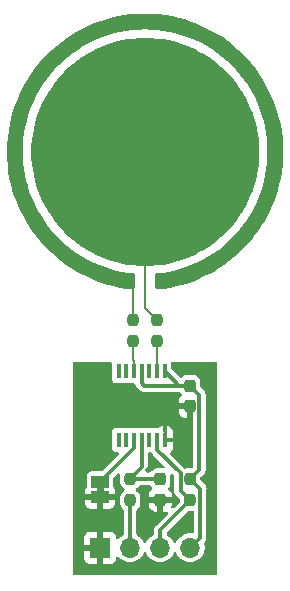
<source format=gbr>
%TF.GenerationSoftware,KiCad,Pcbnew,6.0.2*%
%TF.CreationDate,2022-03-10T16:51:48-05:00*%
%TF.ProjectId,prox-sense-single-mtch105-omni-v0.1-19.05mm-handsolder,70726f78-2d73-4656-9e73-652d73696e67,v0.1*%
%TF.SameCoordinates,Original*%
%TF.FileFunction,Copper,L1,Top*%
%TF.FilePolarity,Positive*%
%FSLAX46Y46*%
G04 Gerber Fmt 4.6, Leading zero omitted, Abs format (unit mm)*
G04 Created by KiCad (PCBNEW 6.0.2) date 2022-03-10 16:51:48*
%MOMM*%
%LPD*%
G01*
G04 APERTURE LIST*
G04 Aperture macros list*
%AMRoundRect*
0 Rectangle with rounded corners*
0 $1 Rounding radius*
0 $2 $3 $4 $5 $6 $7 $8 $9 X,Y pos of 4 corners*
0 Add a 4 corners polygon primitive as box body*
4,1,4,$2,$3,$4,$5,$6,$7,$8,$9,$2,$3,0*
0 Add four circle primitives for the rounded corners*
1,1,$1+$1,$2,$3*
1,1,$1+$1,$4,$5*
1,1,$1+$1,$6,$7*
1,1,$1+$1,$8,$9*
0 Add four rect primitives between the rounded corners*
20,1,$1+$1,$2,$3,$4,$5,0*
20,1,$1+$1,$4,$5,$6,$7,0*
20,1,$1+$1,$6,$7,$8,$9,0*
20,1,$1+$1,$8,$9,$2,$3,0*%
G04 Aperture macros list end*
%TA.AperFunction,EtchedComponent*%
%ADD10C,0.292575*%
%TD*%
%TA.AperFunction,EtchedComponent*%
%ADD11C,0.354009*%
%TD*%
%TA.AperFunction,SMDPad,CuDef*%
%ADD12RoundRect,0.381000X-0.762000X-0.381000X0.762000X-0.381000X0.762000X0.381000X-0.762000X0.381000X0*%
%TD*%
%TA.AperFunction,SMDPad,CuDef*%
%ADD13C,1.000000*%
%TD*%
%TA.AperFunction,SMDPad,CuDef*%
%ADD14RoundRect,0.237500X0.237500X-0.250000X0.237500X0.250000X-0.237500X0.250000X-0.237500X-0.250000X0*%
%TD*%
%TA.AperFunction,SMDPad,CuDef*%
%ADD15RoundRect,0.237500X-0.237500X0.300000X-0.237500X-0.300000X0.237500X-0.300000X0.237500X0.300000X0*%
%TD*%
%TA.AperFunction,SMDPad,CuDef*%
%ADD16R,0.355600X1.308100*%
%TD*%
%TA.AperFunction,ComponentPad*%
%ADD17R,1.700000X1.700000*%
%TD*%
%TA.AperFunction,ComponentPad*%
%ADD18O,1.700000X1.700000*%
%TD*%
%TA.AperFunction,SMDPad,CuDef*%
%ADD19RoundRect,0.237500X-0.237500X0.250000X-0.237500X-0.250000X0.237500X-0.250000X0.237500X0.250000X0*%
%TD*%
%TA.AperFunction,SMDPad,CuDef*%
%ADD20R,1.500000X1.000000*%
%TD*%
%TA.AperFunction,ViaPad*%
%ADD21C,0.508000*%
%TD*%
%TA.AperFunction,Conductor*%
%ADD22C,0.152400*%
%TD*%
%TA.AperFunction,Conductor*%
%ADD23C,0.304800*%
%TD*%
G04 APERTURE END LIST*
D10*
%TO.C,U2*%
X151999994Y-80250005D02*
X151987600Y-80740161D01*
X151987600Y-80740161D02*
X151950817Y-81223881D01*
X151950817Y-81223881D02*
X151890245Y-81700569D01*
X151890245Y-81700569D02*
X151806480Y-82169625D01*
X151806480Y-82169625D02*
X151700122Y-82630451D01*
X151700122Y-82630451D02*
X151571769Y-83082449D01*
X151571769Y-83082449D02*
X151422020Y-83525020D01*
X151422020Y-83525020D02*
X151251472Y-83957565D01*
X151251472Y-83957565D02*
X151060726Y-84379486D01*
X151060726Y-84379486D02*
X150850378Y-84790186D01*
X150850378Y-84790186D02*
X150621028Y-85189064D01*
X150621028Y-85189064D02*
X150373274Y-85575523D01*
X150373274Y-85575523D02*
X150107714Y-85948964D01*
X150107714Y-85948964D02*
X149824948Y-86308789D01*
X149824948Y-86308789D02*
X149525572Y-86654400D01*
X149525572Y-86654400D02*
X149210187Y-86985197D01*
X149210187Y-86985197D02*
X148879390Y-87300582D01*
X148879390Y-87300582D02*
X148533779Y-87599958D01*
X148533779Y-87599958D02*
X148173954Y-87882724D01*
X148173954Y-87882724D02*
X147800513Y-88148284D01*
X147800513Y-88148284D02*
X147414054Y-88396038D01*
X147414054Y-88396038D02*
X147015176Y-88625388D01*
X147015176Y-88625388D02*
X146604476Y-88835736D01*
X146604476Y-88835736D02*
X146182555Y-89026482D01*
X146182555Y-89026482D02*
X145750010Y-89197030D01*
X145750010Y-89197030D02*
X145307439Y-89346779D01*
X145307439Y-89346779D02*
X144855441Y-89475132D01*
X144855441Y-89475132D02*
X144394615Y-89581490D01*
X144394615Y-89581490D02*
X143925559Y-89665255D01*
X143925559Y-89665255D02*
X143448871Y-89725827D01*
X143448871Y-89725827D02*
X142965151Y-89762610D01*
X142965151Y-89762610D02*
X142474995Y-89775004D01*
X142474995Y-89775004D02*
X141984840Y-89762610D01*
X141984840Y-89762610D02*
X141501119Y-89725827D01*
X141501119Y-89725827D02*
X141024432Y-89665255D01*
X141024432Y-89665255D02*
X140555376Y-89581490D01*
X140555376Y-89581490D02*
X140094549Y-89475132D01*
X140094549Y-89475132D02*
X139642552Y-89346779D01*
X139642552Y-89346779D02*
X139199981Y-89197030D01*
X139199981Y-89197030D02*
X138767435Y-89026482D01*
X138767435Y-89026482D02*
X138345514Y-88835736D01*
X138345514Y-88835736D02*
X137934815Y-88625388D01*
X137934815Y-88625388D02*
X137535936Y-88396038D01*
X137535936Y-88396038D02*
X137149477Y-88148284D01*
X137149477Y-88148284D02*
X136776036Y-87882724D01*
X136776036Y-87882724D02*
X136416211Y-87599958D01*
X136416211Y-87599958D02*
X136070601Y-87300582D01*
X136070601Y-87300582D02*
X135739803Y-86985197D01*
X135739803Y-86985197D02*
X135424418Y-86654400D01*
X135424418Y-86654400D02*
X135125042Y-86308789D01*
X135125042Y-86308789D02*
X134842276Y-85948964D01*
X134842276Y-85948964D02*
X134576716Y-85575523D01*
X134576716Y-85575523D02*
X134328962Y-85189064D01*
X134328962Y-85189064D02*
X134099612Y-84790186D01*
X134099612Y-84790186D02*
X133889264Y-84379486D01*
X133889264Y-84379486D02*
X133698517Y-83957565D01*
X133698517Y-83957565D02*
X133527970Y-83525020D01*
X133527970Y-83525020D02*
X133378221Y-83082449D01*
X133378221Y-83082449D02*
X133249868Y-82630451D01*
X133249868Y-82630451D02*
X133143510Y-82169625D01*
X133143510Y-82169625D02*
X133059745Y-81700569D01*
X133059745Y-81700569D02*
X132999172Y-81223881D01*
X132999172Y-81223881D02*
X132962390Y-80740161D01*
X132962390Y-80740161D02*
X132949996Y-80250005D01*
X132949996Y-80250005D02*
X132962390Y-79759850D01*
X132962390Y-79759850D02*
X132999172Y-79276129D01*
X132999172Y-79276129D02*
X133059745Y-78799442D01*
X133059745Y-78799442D02*
X133143510Y-78330386D01*
X133143510Y-78330386D02*
X133249868Y-77869559D01*
X133249868Y-77869559D02*
X133378221Y-77417562D01*
X133378221Y-77417562D02*
X133527970Y-76974991D01*
X133527970Y-76974991D02*
X133698517Y-76542445D01*
X133698517Y-76542445D02*
X133889264Y-76120524D01*
X133889264Y-76120524D02*
X134099612Y-75709825D01*
X134099612Y-75709825D02*
X134328962Y-75310946D01*
X134328962Y-75310946D02*
X134576716Y-74924487D01*
X134576716Y-74924487D02*
X134842276Y-74551046D01*
X134842276Y-74551046D02*
X135125042Y-74191221D01*
X135125042Y-74191221D02*
X135424418Y-73845611D01*
X135424418Y-73845611D02*
X135739803Y-73514813D01*
X135739803Y-73514813D02*
X136070601Y-73199428D01*
X136070601Y-73199428D02*
X136416211Y-72900052D01*
X136416211Y-72900052D02*
X136776036Y-72617286D01*
X136776036Y-72617286D02*
X137149477Y-72351726D01*
X137149477Y-72351726D02*
X137535936Y-72103972D01*
X137535936Y-72103972D02*
X137934815Y-71874622D01*
X137934815Y-71874622D02*
X138345514Y-71664274D01*
X138345514Y-71664274D02*
X138767435Y-71473527D01*
X138767435Y-71473527D02*
X139199981Y-71302980D01*
X139199981Y-71302980D02*
X139642552Y-71153231D01*
X139642552Y-71153231D02*
X140094549Y-71024878D01*
X140094549Y-71024878D02*
X140555376Y-70918520D01*
X140555376Y-70918520D02*
X141024432Y-70834755D01*
X141024432Y-70834755D02*
X141501119Y-70774182D01*
X141501119Y-70774182D02*
X141984840Y-70737400D01*
X141984840Y-70737400D02*
X142474995Y-70725006D01*
X142474995Y-70725006D02*
X142965151Y-70737400D01*
X142965151Y-70737400D02*
X143448871Y-70774182D01*
X143448871Y-70774182D02*
X143925559Y-70834755D01*
X143925559Y-70834755D02*
X144394615Y-70918520D01*
X144394615Y-70918520D02*
X144855441Y-71024878D01*
X144855441Y-71024878D02*
X145307439Y-71153231D01*
X145307439Y-71153231D02*
X145750010Y-71302980D01*
X145750010Y-71302980D02*
X146182555Y-71473527D01*
X146182555Y-71473527D02*
X146604476Y-71664274D01*
X146604476Y-71664274D02*
X147015176Y-71874622D01*
X147015176Y-71874622D02*
X147414054Y-72103972D01*
X147414054Y-72103972D02*
X147800513Y-72351726D01*
X147800513Y-72351726D02*
X148173954Y-72617286D01*
X148173954Y-72617286D02*
X148533779Y-72900052D01*
X148533779Y-72900052D02*
X148879390Y-73199428D01*
X148879390Y-73199428D02*
X149210187Y-73514813D01*
X149210187Y-73514813D02*
X149525572Y-73845611D01*
X149525572Y-73845611D02*
X149824948Y-74191221D01*
X149824948Y-74191221D02*
X150107714Y-74551046D01*
X150107714Y-74551046D02*
X150373274Y-74924487D01*
X150373274Y-74924487D02*
X150621028Y-75310946D01*
X150621028Y-75310946D02*
X150850378Y-75709825D01*
X150850378Y-75709825D02*
X151060726Y-76120524D01*
X151060726Y-76120524D02*
X151251472Y-76542445D01*
X151251472Y-76542445D02*
X151422020Y-76974991D01*
X151422020Y-76974991D02*
X151571769Y-77417562D01*
X151571769Y-77417562D02*
X151700122Y-77869559D01*
X151700122Y-77869559D02*
X151806480Y-78330386D01*
X151806480Y-78330386D02*
X151890245Y-78799442D01*
X151890245Y-78799442D02*
X151950817Y-79276129D01*
X151950817Y-79276129D02*
X151987600Y-79759850D01*
X151987600Y-79759850D02*
X151999994Y-80250005D01*
X151999994Y-80250005D02*
X151999994Y-80250005D01*
G36*
X142965151Y-70737400D02*
G01*
X143448871Y-70774182D01*
X143925559Y-70834755D01*
X144394615Y-70918520D01*
X144855441Y-71024878D01*
X145307439Y-71153231D01*
X145750010Y-71302980D01*
X146182555Y-71473527D01*
X146604476Y-71664274D01*
X147015176Y-71874622D01*
X147414054Y-72103972D01*
X147800513Y-72351726D01*
X148173954Y-72617286D01*
X148533779Y-72900052D01*
X148879390Y-73199428D01*
X149210187Y-73514813D01*
X149525572Y-73845611D01*
X149824948Y-74191221D01*
X150107714Y-74551046D01*
X150373274Y-74924487D01*
X150621028Y-75310946D01*
X150850378Y-75709825D01*
X151060726Y-76120524D01*
X151251472Y-76542445D01*
X151422020Y-76974991D01*
X151571769Y-77417562D01*
X151700122Y-77869559D01*
X151806480Y-78330386D01*
X151890245Y-78799442D01*
X151950817Y-79276129D01*
X151987600Y-79759850D01*
X151999994Y-80250005D01*
X151987600Y-80740161D01*
X151950817Y-81223881D01*
X151890245Y-81700569D01*
X151806480Y-82169625D01*
X151700122Y-82630451D01*
X151571769Y-83082449D01*
X151422020Y-83525020D01*
X151251472Y-83957565D01*
X151060726Y-84379486D01*
X150850378Y-84790186D01*
X150621028Y-85189064D01*
X150373274Y-85575523D01*
X150107714Y-85948964D01*
X149824948Y-86308789D01*
X149525572Y-86654400D01*
X149210187Y-86985197D01*
X148879390Y-87300582D01*
X148533779Y-87599958D01*
X148173954Y-87882724D01*
X147800513Y-88148284D01*
X147414054Y-88396038D01*
X147015176Y-88625388D01*
X146604476Y-88835736D01*
X146182555Y-89026482D01*
X145750010Y-89197030D01*
X145307439Y-89346779D01*
X144855441Y-89475132D01*
X144394615Y-89581490D01*
X143925559Y-89665255D01*
X143448871Y-89725827D01*
X142965151Y-89762610D01*
X142474995Y-89775004D01*
X141984840Y-89762610D01*
X141501119Y-89725827D01*
X141024432Y-89665255D01*
X140555376Y-89581490D01*
X140094549Y-89475132D01*
X139642552Y-89346779D01*
X139199981Y-89197030D01*
X138767435Y-89026482D01*
X138345514Y-88835736D01*
X137934815Y-88625388D01*
X137535936Y-88396038D01*
X137149477Y-88148284D01*
X136776036Y-87882724D01*
X136416211Y-87599958D01*
X136070601Y-87300582D01*
X135739803Y-86985197D01*
X135424418Y-86654400D01*
X135125042Y-86308789D01*
X134842276Y-85948964D01*
X134576716Y-85575523D01*
X134328962Y-85189064D01*
X134099612Y-84790186D01*
X133889264Y-84379486D01*
X133698517Y-83957565D01*
X133527970Y-83525020D01*
X133378221Y-83082449D01*
X133249868Y-82630451D01*
X133143510Y-82169625D01*
X133059745Y-81700569D01*
X132999172Y-81223881D01*
X132962390Y-80740161D01*
X132949996Y-80250005D01*
X132962390Y-79759850D01*
X132999172Y-79276129D01*
X133059745Y-78799442D01*
X133143510Y-78330386D01*
X133249868Y-77869559D01*
X133378221Y-77417562D01*
X133527970Y-76974991D01*
X133698517Y-76542445D01*
X133889264Y-76120524D01*
X134099612Y-75709825D01*
X134328962Y-75310946D01*
X134576716Y-74924487D01*
X134842276Y-74551046D01*
X135125042Y-74191221D01*
X135424418Y-73845611D01*
X135739803Y-73514813D01*
X136070601Y-73199428D01*
X136416211Y-72900052D01*
X136776036Y-72617286D01*
X137149477Y-72351726D01*
X137535936Y-72103972D01*
X137934815Y-71874622D01*
X138345514Y-71664274D01*
X138767435Y-71473527D01*
X139199981Y-71302980D01*
X139642552Y-71153231D01*
X140094549Y-71024878D01*
X140555376Y-70918520D01*
X141024432Y-70834755D01*
X141501119Y-70774182D01*
X141984840Y-70737400D01*
X142474995Y-70725006D01*
X142965151Y-70737400D01*
G37*
X142965151Y-70737400D02*
X143448871Y-70774182D01*
X143925559Y-70834755D01*
X144394615Y-70918520D01*
X144855441Y-71024878D01*
X145307439Y-71153231D01*
X145750010Y-71302980D01*
X146182555Y-71473527D01*
X146604476Y-71664274D01*
X147015176Y-71874622D01*
X147414054Y-72103972D01*
X147800513Y-72351726D01*
X148173954Y-72617286D01*
X148533779Y-72900052D01*
X148879390Y-73199428D01*
X149210187Y-73514813D01*
X149525572Y-73845611D01*
X149824948Y-74191221D01*
X150107714Y-74551046D01*
X150373274Y-74924487D01*
X150621028Y-75310946D01*
X150850378Y-75709825D01*
X151060726Y-76120524D01*
X151251472Y-76542445D01*
X151422020Y-76974991D01*
X151571769Y-77417562D01*
X151700122Y-77869559D01*
X151806480Y-78330386D01*
X151890245Y-78799442D01*
X151950817Y-79276129D01*
X151987600Y-79759850D01*
X151999994Y-80250005D01*
X151987600Y-80740161D01*
X151950817Y-81223881D01*
X151890245Y-81700569D01*
X151806480Y-82169625D01*
X151700122Y-82630451D01*
X151571769Y-83082449D01*
X151422020Y-83525020D01*
X151251472Y-83957565D01*
X151060726Y-84379486D01*
X150850378Y-84790186D01*
X150621028Y-85189064D01*
X150373274Y-85575523D01*
X150107714Y-85948964D01*
X149824948Y-86308789D01*
X149525572Y-86654400D01*
X149210187Y-86985197D01*
X148879390Y-87300582D01*
X148533779Y-87599958D01*
X148173954Y-87882724D01*
X147800513Y-88148284D01*
X147414054Y-88396038D01*
X147015176Y-88625388D01*
X146604476Y-88835736D01*
X146182555Y-89026482D01*
X145750010Y-89197030D01*
X145307439Y-89346779D01*
X144855441Y-89475132D01*
X144394615Y-89581490D01*
X143925559Y-89665255D01*
X143448871Y-89725827D01*
X142965151Y-89762610D01*
X142474995Y-89775004D01*
X141984840Y-89762610D01*
X141501119Y-89725827D01*
X141024432Y-89665255D01*
X140555376Y-89581490D01*
X140094549Y-89475132D01*
X139642552Y-89346779D01*
X139199981Y-89197030D01*
X138767435Y-89026482D01*
X138345514Y-88835736D01*
X137934815Y-88625388D01*
X137535936Y-88396038D01*
X137149477Y-88148284D01*
X136776036Y-87882724D01*
X136416211Y-87599958D01*
X136070601Y-87300582D01*
X135739803Y-86985197D01*
X135424418Y-86654400D01*
X135125042Y-86308789D01*
X134842276Y-85948964D01*
X134576716Y-85575523D01*
X134328962Y-85189064D01*
X134099612Y-84790186D01*
X133889264Y-84379486D01*
X133698517Y-83957565D01*
X133527970Y-83525020D01*
X133378221Y-83082449D01*
X133249868Y-82630451D01*
X133143510Y-82169625D01*
X133059745Y-81700569D01*
X132999172Y-81223881D01*
X132962390Y-80740161D01*
X132949996Y-80250005D01*
X132962390Y-79759850D01*
X132999172Y-79276129D01*
X133059745Y-78799442D01*
X133143510Y-78330386D01*
X133249868Y-77869559D01*
X133378221Y-77417562D01*
X133527970Y-76974991D01*
X133698517Y-76542445D01*
X133889264Y-76120524D01*
X134099612Y-75709825D01*
X134328962Y-75310946D01*
X134576716Y-74924487D01*
X134842276Y-74551046D01*
X135125042Y-74191221D01*
X135424418Y-73845611D01*
X135739803Y-73514813D01*
X136070601Y-73199428D01*
X136416211Y-72900052D01*
X136776036Y-72617286D01*
X137149477Y-72351726D01*
X137535936Y-72103972D01*
X137934815Y-71874622D01*
X138345514Y-71664274D01*
X138767435Y-71473527D01*
X139199981Y-71302980D01*
X139642552Y-71153231D01*
X140094549Y-71024878D01*
X140555376Y-70918520D01*
X141024432Y-70834755D01*
X141501119Y-70774182D01*
X141984840Y-70737400D01*
X142474995Y-70725006D01*
X142965151Y-70737400D01*
D11*
X142499740Y-68747087D02*
X141906674Y-68762089D01*
X141906674Y-68762089D02*
X141321393Y-68806600D01*
X141321393Y-68806600D02*
X140744622Y-68879896D01*
X140744622Y-68879896D02*
X140177085Y-68981253D01*
X140177085Y-68981253D02*
X139619505Y-69109946D01*
X139619505Y-69109946D02*
X139072608Y-69265251D01*
X139072608Y-69265251D02*
X138537117Y-69446445D01*
X138537117Y-69446445D02*
X138013756Y-69652803D01*
X138013756Y-69652803D02*
X137503250Y-69883601D01*
X137503250Y-69883601D02*
X137006322Y-70138115D01*
X137006322Y-70138115D02*
X136523697Y-70415621D01*
X136523697Y-70415621D02*
X136056098Y-70715394D01*
X136056098Y-70715394D02*
X135604250Y-71036712D01*
X135604250Y-71036712D02*
X135168877Y-71378848D01*
X135168877Y-71378848D02*
X134750703Y-71741081D01*
X134750703Y-71741081D02*
X134350453Y-72122684D01*
X134350453Y-72122684D02*
X133968849Y-72522935D01*
X133968849Y-72522935D02*
X133606617Y-72941109D01*
X133606617Y-72941109D02*
X133264480Y-73376482D01*
X133264480Y-73376482D02*
X132943163Y-73828329D01*
X132943163Y-73828329D02*
X132643389Y-74295928D01*
X132643389Y-74295928D02*
X132365884Y-74778553D01*
X132365884Y-74778553D02*
X132111370Y-75275481D01*
X132111370Y-75275481D02*
X131880572Y-75785987D01*
X131880572Y-75785987D02*
X131674214Y-76309347D01*
X131674214Y-76309347D02*
X131493020Y-76844838D01*
X131493020Y-76844838D02*
X131337715Y-77391735D01*
X131337715Y-77391735D02*
X131209022Y-77949314D01*
X131209022Y-77949314D02*
X131107666Y-78516850D01*
X131107666Y-78516850D02*
X131034370Y-79093621D01*
X131034370Y-79093621D02*
X130989859Y-79678901D01*
X130989859Y-79678901D02*
X130974857Y-80271967D01*
X130974857Y-80271967D02*
X130988147Y-80829269D01*
X130988147Y-80829269D02*
X131027630Y-81380126D01*
X131027630Y-81380126D02*
X131092722Y-81923901D01*
X131092722Y-81923901D02*
X131182841Y-82459959D01*
X131182841Y-82459959D02*
X131297402Y-82987663D01*
X131297402Y-82987663D02*
X131435823Y-83506376D01*
X131435823Y-83506376D02*
X131597521Y-84015463D01*
X131597521Y-84015463D02*
X131781913Y-84514287D01*
X131781913Y-84514287D02*
X131988415Y-85002211D01*
X131988415Y-85002211D02*
X132216444Y-85478601D01*
X132216444Y-85478601D02*
X132465417Y-85942818D01*
X132465417Y-85942818D02*
X132734751Y-86394228D01*
X132734751Y-86394228D02*
X133023864Y-86832193D01*
X133023864Y-86832193D02*
X133332171Y-87256078D01*
X133332171Y-87256078D02*
X133659089Y-87665246D01*
X133659089Y-87665246D02*
X134004036Y-88059061D01*
X134004036Y-88059061D02*
X134366429Y-88436886D01*
X134366429Y-88436886D02*
X134745683Y-88798086D01*
X134745683Y-88798086D02*
X135141217Y-89142024D01*
X135141217Y-89142024D02*
X135552446Y-89468064D01*
X135552446Y-89468064D02*
X135978789Y-89775569D01*
X135978789Y-89775569D02*
X136419661Y-90063904D01*
X136419661Y-90063904D02*
X136874479Y-90332431D01*
X136874479Y-90332431D02*
X137342661Y-90580515D01*
X137342661Y-90580515D02*
X137823623Y-90807520D01*
X137823623Y-90807520D02*
X138316783Y-91012809D01*
X138316783Y-91012809D02*
X138821556Y-91195746D01*
X138821556Y-91195746D02*
X139337360Y-91355694D01*
X139337360Y-91355694D02*
X139863611Y-91492018D01*
X139863611Y-91492018D02*
X140399728Y-91604080D01*
X140399728Y-91604080D02*
X140945125Y-91691246D01*
X140945125Y-91691246D02*
X141499221Y-91752878D01*
X141499221Y-91752878D02*
X141499801Y-90749368D01*
X141499801Y-90749368D02*
X140997295Y-90689357D01*
X140997295Y-90689357D02*
X140502791Y-90606359D01*
X140502791Y-90606359D02*
X140016811Y-90500948D01*
X140016811Y-90500948D02*
X139539876Y-90373696D01*
X139539876Y-90373696D02*
X139072508Y-90225177D01*
X139072508Y-90225177D02*
X138615228Y-90055966D01*
X138615228Y-90055966D02*
X138168557Y-89866635D01*
X138168557Y-89866635D02*
X137733017Y-89657757D01*
X137733017Y-89657757D02*
X137309129Y-89429907D01*
X137309129Y-89429907D02*
X136897414Y-89183658D01*
X136897414Y-89183658D02*
X136498394Y-88919584D01*
X136498394Y-88919584D02*
X136112590Y-88638257D01*
X136112590Y-88638257D02*
X135740524Y-88340252D01*
X135740524Y-88340252D02*
X135382716Y-88026141D01*
X135382716Y-88026141D02*
X135039689Y-87696499D01*
X135039689Y-87696499D02*
X134711963Y-87351899D01*
X134711963Y-87351899D02*
X134400061Y-86992914D01*
X134400061Y-86992914D02*
X134104502Y-86620118D01*
X134104502Y-86620118D02*
X133825810Y-86234084D01*
X133825810Y-86234084D02*
X133564504Y-85835387D01*
X133564504Y-85835387D02*
X133321107Y-85424598D01*
X133321107Y-85424598D02*
X133096139Y-85002293D01*
X133096139Y-85002293D02*
X132890123Y-84569044D01*
X132890123Y-84569044D02*
X132703579Y-84125425D01*
X132703579Y-84125425D02*
X132537028Y-83672009D01*
X132537028Y-83672009D02*
X132390994Y-83209370D01*
X132390994Y-83209370D02*
X132265995Y-82738081D01*
X132265995Y-82738081D02*
X132162555Y-82258717D01*
X132162555Y-82258717D02*
X132081194Y-81771849D01*
X132081194Y-81771849D02*
X132022433Y-81278053D01*
X132022433Y-81278053D02*
X131986795Y-80777901D01*
X131986795Y-80777901D02*
X131974799Y-80271967D01*
X131974799Y-80271967D02*
X131988494Y-79730362D01*
X131988494Y-79730362D02*
X132029138Y-79195867D01*
X132029138Y-79195867D02*
X132096069Y-78669142D01*
X132096069Y-78669142D02*
X132188627Y-78150850D01*
X132188627Y-78150850D02*
X132306149Y-77641652D01*
X132306149Y-77641652D02*
X132447975Y-77142208D01*
X132447975Y-77142208D02*
X132613444Y-76653180D01*
X132613444Y-76653180D02*
X132801894Y-76175230D01*
X132801894Y-76175230D02*
X133012663Y-75709018D01*
X133012663Y-75709018D02*
X133245091Y-75255206D01*
X133245091Y-75255206D02*
X133498517Y-74814456D01*
X133498517Y-74814456D02*
X133772278Y-74387428D01*
X133772278Y-74387428D02*
X134065714Y-73974784D01*
X134065714Y-73974784D02*
X134378163Y-73577185D01*
X134378163Y-73577185D02*
X134708965Y-73195293D01*
X134708965Y-73195293D02*
X135057457Y-72829769D01*
X135057457Y-72829769D02*
X135422979Y-72481273D01*
X135422979Y-72481273D02*
X135804869Y-72150469D01*
X135804869Y-72150469D02*
X136202466Y-71838016D01*
X136202466Y-71838016D02*
X136615109Y-71544575D01*
X136615109Y-71544575D02*
X137042137Y-71270810D01*
X137042137Y-71270810D02*
X137482887Y-71017380D01*
X137482887Y-71017380D02*
X137936699Y-70784947D01*
X137936699Y-70784947D02*
X138402912Y-70574172D01*
X138402912Y-70574172D02*
X138880864Y-70385716D01*
X138880864Y-70385716D02*
X139369894Y-70220242D01*
X139369894Y-70220242D02*
X139869340Y-70078410D01*
X139869340Y-70078410D02*
X140378542Y-69960881D01*
X140378542Y-69960881D02*
X140896839Y-69868317D01*
X140896839Y-69868317D02*
X141423568Y-69801379D01*
X141423568Y-69801379D02*
X141958068Y-69760728D01*
X141958068Y-69760728D02*
X142499679Y-69747026D01*
X142499679Y-69747026D02*
X143021606Y-69759940D01*
X143021606Y-69759940D02*
X143539991Y-69798488D01*
X143539991Y-69798488D02*
X144053971Y-69862311D01*
X144053971Y-69862311D02*
X144562683Y-69951054D01*
X144562683Y-69951054D02*
X145065264Y-70064357D01*
X145065264Y-70064357D02*
X145560852Y-70201865D01*
X145560852Y-70201865D02*
X146048584Y-70363219D01*
X146048584Y-70363219D02*
X146527597Y-70548063D01*
X146527597Y-70548063D02*
X146997028Y-70756039D01*
X146997028Y-70756039D02*
X147456016Y-70986789D01*
X147456016Y-70986789D02*
X147903697Y-71239957D01*
X147903697Y-71239957D02*
X148339208Y-71515185D01*
X148339208Y-71515185D02*
X148761688Y-71812116D01*
X148761688Y-71812116D02*
X149170272Y-72130393D01*
X149170272Y-72130393D02*
X149564099Y-72469658D01*
X149564099Y-72469658D02*
X149942306Y-72829553D01*
X149942306Y-72829553D02*
X150302219Y-73207743D01*
X150302219Y-73207743D02*
X150641503Y-73601554D01*
X150641503Y-73601554D02*
X150959799Y-74010122D01*
X150959799Y-74010122D02*
X151256750Y-74432586D01*
X151256750Y-74432586D02*
X151531999Y-74868083D01*
X151531999Y-74868083D02*
X151785189Y-75315749D01*
X151785189Y-75315749D02*
X152015962Y-75774723D01*
X152015962Y-75774723D02*
X152223961Y-76244141D01*
X152223961Y-76244141D02*
X152408828Y-76723141D01*
X152408828Y-76723141D02*
X152570206Y-77210861D01*
X152570206Y-77210861D02*
X152707738Y-77706436D01*
X152707738Y-77706436D02*
X152821066Y-78209006D01*
X152821066Y-78209006D02*
X152909833Y-78717706D01*
X152909833Y-78717706D02*
X152973681Y-79231675D01*
X152973681Y-79231675D02*
X153012253Y-79750049D01*
X153012253Y-79750049D02*
X153025192Y-80271967D01*
X153025192Y-80271967D02*
X153013195Y-80777914D01*
X153013195Y-80777914D02*
X152977554Y-81278079D01*
X152977554Y-81278079D02*
X152918790Y-81771888D01*
X152918790Y-81771888D02*
X152837423Y-82258767D01*
X152837423Y-82258767D02*
X152733976Y-82738143D01*
X152733976Y-82738143D02*
X152608969Y-83209443D01*
X152608969Y-83209443D02*
X152462925Y-83672092D01*
X152462925Y-83672092D02*
X152296365Y-84125517D01*
X152296365Y-84125517D02*
X152109809Y-84569145D01*
X152109809Y-84569145D02*
X151903781Y-85002402D01*
X151903781Y-85002402D02*
X151678800Y-85424714D01*
X151678800Y-85424714D02*
X151435388Y-85835509D01*
X151435388Y-85835509D02*
X151174067Y-86234212D01*
X151174067Y-86234212D02*
X150895359Y-86620250D01*
X150895359Y-86620250D02*
X150599784Y-86993049D01*
X150599784Y-86993049D02*
X150287864Y-87352036D01*
X150287864Y-87352036D02*
X149960121Y-87696638D01*
X149960121Y-87696638D02*
X149617075Y-88026280D01*
X149617075Y-88026280D02*
X149259249Y-88340389D01*
X149259249Y-88340389D02*
X148887164Y-88638392D01*
X148887164Y-88638392D02*
X148501341Y-88919716D01*
X148501341Y-88919716D02*
X148102301Y-89183786D01*
X148102301Y-89183786D02*
X147690566Y-89430029D01*
X147690566Y-89430029D02*
X147266658Y-89657871D01*
X147266658Y-89657871D02*
X146831098Y-89866739D01*
X146831098Y-89866739D02*
X146384407Y-90056060D01*
X146384407Y-90056060D02*
X145927107Y-90225260D01*
X145927107Y-90225260D02*
X145459719Y-90373765D01*
X145459719Y-90373765D02*
X144982765Y-90501002D01*
X144982765Y-90501002D02*
X144496765Y-90606397D01*
X144496765Y-90606397D02*
X144002242Y-90689377D01*
X144002242Y-90689377D02*
X143499717Y-90749368D01*
X143499717Y-90749368D02*
X143499679Y-91752924D01*
X143499679Y-91752924D02*
X144053797Y-91691343D01*
X144053797Y-91691343D02*
X144599219Y-91604226D01*
X144599219Y-91604226D02*
X145135361Y-91492209D01*
X145135361Y-91492209D02*
X145661640Y-91355929D01*
X145661640Y-91355929D02*
X146177472Y-91196021D01*
X146177472Y-91196021D02*
X146682275Y-91013123D01*
X146682275Y-91013123D02*
X147175466Y-90807869D01*
X147175466Y-90807869D02*
X147656460Y-90580896D01*
X147656460Y-90580896D02*
X148124675Y-90332841D01*
X148124675Y-90332841D02*
X148579528Y-90064339D01*
X148579528Y-90064339D02*
X149020435Y-89776027D01*
X149020435Y-89776027D02*
X149446814Y-89468541D01*
X149446814Y-89468541D02*
X149858080Y-89142517D01*
X149858080Y-89142517D02*
X150253651Y-88798591D01*
X150253651Y-88798591D02*
X150632943Y-88437399D01*
X150632943Y-88437399D02*
X150995373Y-88059579D01*
X150995373Y-88059579D02*
X151340358Y-87665764D01*
X151340358Y-87665764D02*
X151667315Y-87256593D01*
X151667315Y-87256593D02*
X151975661Y-86832701D01*
X151975661Y-86832701D02*
X152264811Y-86394724D01*
X152264811Y-86394724D02*
X152534184Y-85943299D01*
X152534184Y-85943299D02*
X152783196Y-85479061D01*
X152783196Y-85479061D02*
X153011262Y-85002648D01*
X153011262Y-85002648D02*
X153217802Y-84514694D01*
X153217802Y-84514694D02*
X153402230Y-84015836D01*
X153402230Y-84015836D02*
X153563964Y-83506711D01*
X153563964Y-83506711D02*
X153702421Y-82987955D01*
X153702421Y-82987955D02*
X153817017Y-82460203D01*
X153817017Y-82460203D02*
X153907169Y-81924092D01*
X153907169Y-81924092D02*
X153972295Y-81380258D01*
X153972295Y-81380258D02*
X154011809Y-80829338D01*
X154011809Y-80829338D02*
X154025131Y-80271967D01*
X154025131Y-80271967D02*
X154010966Y-79700487D01*
X154010966Y-79700487D02*
X153968733Y-79132884D01*
X153968733Y-79132884D02*
X153898824Y-78570102D01*
X153898824Y-78570102D02*
X153801629Y-78013086D01*
X153801629Y-78013086D02*
X153677539Y-77462782D01*
X153677539Y-77462782D02*
X153526947Y-76920133D01*
X153526947Y-76920133D02*
X153350242Y-76386086D01*
X153350242Y-76386086D02*
X153147818Y-75861583D01*
X153147818Y-75861583D02*
X152920064Y-75347572D01*
X152920064Y-75347572D02*
X152667373Y-74844995D01*
X152667373Y-74844995D02*
X152390135Y-74354799D01*
X152390135Y-74354799D02*
X152088742Y-73877928D01*
X152088742Y-73877928D02*
X151763585Y-73415327D01*
X151763585Y-73415327D02*
X151415055Y-72967940D01*
X151415055Y-72967940D02*
X151043545Y-72536713D01*
X151043545Y-72536713D02*
X150649444Y-72122591D01*
X150649444Y-72122591D02*
X150235312Y-71728499D01*
X150235312Y-71728499D02*
X149804075Y-71356997D01*
X149804075Y-71356997D02*
X149356679Y-71008478D01*
X149356679Y-71008478D02*
X148894068Y-70683331D01*
X148894068Y-70683331D02*
X148417187Y-70381948D01*
X148417187Y-70381948D02*
X147926980Y-70104722D01*
X147926980Y-70104722D02*
X147424393Y-69852042D01*
X147424393Y-69852042D02*
X146910370Y-69624300D01*
X146910370Y-69624300D02*
X146385856Y-69421887D01*
X146385856Y-69421887D02*
X145851795Y-69245195D01*
X145851795Y-69245195D02*
X145309132Y-69094615D01*
X145309132Y-69094615D02*
X144758812Y-68970538D01*
X144758812Y-68970538D02*
X144201779Y-68873355D01*
X144201779Y-68873355D02*
X143638979Y-68803459D01*
X143638979Y-68803459D02*
X143071356Y-68761239D01*
X143071356Y-68761239D02*
X142499854Y-68747087D01*
X142499854Y-68747087D02*
X142499740Y-68747087D01*
X142499740Y-68747087D02*
X142499740Y-68747087D01*
G36*
X143071356Y-68761239D02*
G01*
X143638979Y-68803459D01*
X144201779Y-68873355D01*
X144758812Y-68970538D01*
X145309132Y-69094615D01*
X145851795Y-69245195D01*
X146385856Y-69421887D01*
X146910370Y-69624300D01*
X147424393Y-69852042D01*
X147926980Y-70104722D01*
X148417187Y-70381948D01*
X148894068Y-70683331D01*
X149356679Y-71008478D01*
X149804075Y-71356997D01*
X150235312Y-71728499D01*
X150649444Y-72122591D01*
X151043545Y-72536713D01*
X151415055Y-72967940D01*
X151763585Y-73415327D01*
X152088742Y-73877928D01*
X152390135Y-74354799D01*
X152667373Y-74844995D01*
X152920064Y-75347572D01*
X153147818Y-75861583D01*
X153350242Y-76386086D01*
X153526947Y-76920133D01*
X153677539Y-77462782D01*
X153801629Y-78013086D01*
X153898824Y-78570102D01*
X153968733Y-79132884D01*
X154010966Y-79700487D01*
X154025131Y-80271967D01*
X154011809Y-80829338D01*
X153972295Y-81380258D01*
X153907169Y-81924092D01*
X153817017Y-82460203D01*
X153702421Y-82987955D01*
X153563964Y-83506711D01*
X153402230Y-84015836D01*
X153217802Y-84514694D01*
X153011262Y-85002648D01*
X152783196Y-85479061D01*
X152534184Y-85943299D01*
X152264811Y-86394724D01*
X151975661Y-86832701D01*
X151667315Y-87256593D01*
X151340358Y-87665764D01*
X150995373Y-88059579D01*
X150632943Y-88437399D01*
X150253651Y-88798591D01*
X149858080Y-89142517D01*
X149446814Y-89468541D01*
X149020435Y-89776027D01*
X148579528Y-90064339D01*
X148124675Y-90332841D01*
X147656460Y-90580896D01*
X147175466Y-90807869D01*
X146682275Y-91013123D01*
X146177472Y-91196021D01*
X145661640Y-91355929D01*
X145135361Y-91492209D01*
X144599219Y-91604226D01*
X144053797Y-91691343D01*
X143499679Y-91752924D01*
X143499717Y-90749368D01*
X144002242Y-90689377D01*
X144496765Y-90606397D01*
X144982765Y-90501002D01*
X145459719Y-90373765D01*
X145927107Y-90225260D01*
X146384407Y-90056060D01*
X146831098Y-89866739D01*
X147266658Y-89657871D01*
X147690566Y-89430029D01*
X148102301Y-89183786D01*
X148501341Y-88919716D01*
X148887164Y-88638392D01*
X149259249Y-88340389D01*
X149617075Y-88026280D01*
X149960121Y-87696638D01*
X150287864Y-87352036D01*
X150599784Y-86993049D01*
X150895359Y-86620250D01*
X151174067Y-86234212D01*
X151435388Y-85835509D01*
X151678800Y-85424714D01*
X151903781Y-85002402D01*
X152109809Y-84569145D01*
X152296365Y-84125517D01*
X152462925Y-83672092D01*
X152608969Y-83209443D01*
X152733976Y-82738143D01*
X152837423Y-82258767D01*
X152918790Y-81771888D01*
X152977554Y-81278079D01*
X153013195Y-80777914D01*
X153025192Y-80271967D01*
X153012253Y-79750049D01*
X152973681Y-79231675D01*
X152909833Y-78717706D01*
X152821066Y-78209006D01*
X152707738Y-77706436D01*
X152570206Y-77210861D01*
X152408828Y-76723141D01*
X152223961Y-76244141D01*
X152015962Y-75774723D01*
X151785189Y-75315749D01*
X151531999Y-74868083D01*
X151256750Y-74432586D01*
X150959799Y-74010122D01*
X150641503Y-73601554D01*
X150302219Y-73207743D01*
X149942306Y-72829553D01*
X149564099Y-72469658D01*
X149170272Y-72130393D01*
X148761688Y-71812116D01*
X148339208Y-71515185D01*
X147903697Y-71239957D01*
X147456016Y-70986789D01*
X146997028Y-70756039D01*
X146527597Y-70548063D01*
X146048584Y-70363219D01*
X145560852Y-70201865D01*
X145065264Y-70064357D01*
X144562683Y-69951054D01*
X144053971Y-69862311D01*
X143539991Y-69798488D01*
X143021606Y-69759940D01*
X142499679Y-69747026D01*
X141958068Y-69760728D01*
X141423568Y-69801379D01*
X140896839Y-69868317D01*
X140378542Y-69960881D01*
X139869340Y-70078410D01*
X139369894Y-70220242D01*
X138880864Y-70385716D01*
X138402912Y-70574172D01*
X137936699Y-70784947D01*
X137482887Y-71017380D01*
X137042137Y-71270810D01*
X136615109Y-71544575D01*
X136202466Y-71838016D01*
X135804869Y-72150469D01*
X135422979Y-72481273D01*
X135057457Y-72829769D01*
X134708965Y-73195293D01*
X134378163Y-73577185D01*
X134065714Y-73974784D01*
X133772278Y-74387428D01*
X133498517Y-74814456D01*
X133245091Y-75255206D01*
X133012663Y-75709018D01*
X132801894Y-76175230D01*
X132613444Y-76653180D01*
X132447975Y-77142208D01*
X132306149Y-77641652D01*
X132188627Y-78150850D01*
X132096069Y-78669142D01*
X132029138Y-79195867D01*
X131988494Y-79730362D01*
X131974799Y-80271967D01*
X131986795Y-80777901D01*
X132022433Y-81278053D01*
X132081194Y-81771849D01*
X132162555Y-82258717D01*
X132265995Y-82738081D01*
X132390994Y-83209370D01*
X132537028Y-83672009D01*
X132703579Y-84125425D01*
X132890123Y-84569044D01*
X133096139Y-85002293D01*
X133321107Y-85424598D01*
X133564504Y-85835387D01*
X133825810Y-86234084D01*
X134104502Y-86620118D01*
X134400061Y-86992914D01*
X134711963Y-87351899D01*
X135039689Y-87696499D01*
X135382716Y-88026141D01*
X135740524Y-88340252D01*
X136112590Y-88638257D01*
X136498394Y-88919584D01*
X136897414Y-89183658D01*
X137309129Y-89429907D01*
X137733017Y-89657757D01*
X138168557Y-89866635D01*
X138615228Y-90055966D01*
X139072508Y-90225177D01*
X139539876Y-90373696D01*
X140016811Y-90500948D01*
X140502791Y-90606359D01*
X140997295Y-90689357D01*
X141499801Y-90749368D01*
X141499221Y-91752878D01*
X140945125Y-91691246D01*
X140399728Y-91604080D01*
X139863611Y-91492018D01*
X139337360Y-91355694D01*
X138821556Y-91195746D01*
X138316783Y-91012809D01*
X137823623Y-90807520D01*
X137342661Y-90580515D01*
X136874479Y-90332431D01*
X136419661Y-90063904D01*
X135978789Y-89775569D01*
X135552446Y-89468064D01*
X135141217Y-89142024D01*
X134745683Y-88798086D01*
X134366429Y-88436886D01*
X134004036Y-88059061D01*
X133659089Y-87665246D01*
X133332171Y-87256078D01*
X133023864Y-86832193D01*
X132734751Y-86394228D01*
X132465417Y-85942818D01*
X132216444Y-85478601D01*
X131988415Y-85002211D01*
X131781913Y-84514287D01*
X131597521Y-84015463D01*
X131435823Y-83506376D01*
X131297402Y-82987663D01*
X131182841Y-82459959D01*
X131092722Y-81923901D01*
X131027630Y-81380126D01*
X130988147Y-80829269D01*
X130974857Y-80271967D01*
X130989859Y-79678901D01*
X131034370Y-79093621D01*
X131107666Y-78516850D01*
X131209022Y-77949314D01*
X131337715Y-77391735D01*
X131493020Y-76844838D01*
X131674214Y-76309347D01*
X131880572Y-75785987D01*
X132111370Y-75275481D01*
X132365884Y-74778553D01*
X132643389Y-74295928D01*
X132943163Y-73828329D01*
X133264480Y-73376482D01*
X133606617Y-72941109D01*
X133968849Y-72522935D01*
X134350453Y-72122684D01*
X134750703Y-71741081D01*
X135168877Y-71378848D01*
X135604250Y-71036712D01*
X136056098Y-70715394D01*
X136523697Y-70415621D01*
X137006322Y-70138115D01*
X137503250Y-69883601D01*
X138013756Y-69652803D01*
X138537117Y-69446445D01*
X139072608Y-69265251D01*
X139619505Y-69109946D01*
X140177085Y-68981253D01*
X140744622Y-68879896D01*
X141321393Y-68806600D01*
X141906674Y-68762089D01*
X142499740Y-68747087D01*
X142499854Y-68747087D01*
X143071356Y-68761239D01*
G37*
X143071356Y-68761239D02*
X143638979Y-68803459D01*
X144201779Y-68873355D01*
X144758812Y-68970538D01*
X145309132Y-69094615D01*
X145851795Y-69245195D01*
X146385856Y-69421887D01*
X146910370Y-69624300D01*
X147424393Y-69852042D01*
X147926980Y-70104722D01*
X148417187Y-70381948D01*
X148894068Y-70683331D01*
X149356679Y-71008478D01*
X149804075Y-71356997D01*
X150235312Y-71728499D01*
X150649444Y-72122591D01*
X151043545Y-72536713D01*
X151415055Y-72967940D01*
X151763585Y-73415327D01*
X152088742Y-73877928D01*
X152390135Y-74354799D01*
X152667373Y-74844995D01*
X152920064Y-75347572D01*
X153147818Y-75861583D01*
X153350242Y-76386086D01*
X153526947Y-76920133D01*
X153677539Y-77462782D01*
X153801629Y-78013086D01*
X153898824Y-78570102D01*
X153968733Y-79132884D01*
X154010966Y-79700487D01*
X154025131Y-80271967D01*
X154011809Y-80829338D01*
X153972295Y-81380258D01*
X153907169Y-81924092D01*
X153817017Y-82460203D01*
X153702421Y-82987955D01*
X153563964Y-83506711D01*
X153402230Y-84015836D01*
X153217802Y-84514694D01*
X153011262Y-85002648D01*
X152783196Y-85479061D01*
X152534184Y-85943299D01*
X152264811Y-86394724D01*
X151975661Y-86832701D01*
X151667315Y-87256593D01*
X151340358Y-87665764D01*
X150995373Y-88059579D01*
X150632943Y-88437399D01*
X150253651Y-88798591D01*
X149858080Y-89142517D01*
X149446814Y-89468541D01*
X149020435Y-89776027D01*
X148579528Y-90064339D01*
X148124675Y-90332841D01*
X147656460Y-90580896D01*
X147175466Y-90807869D01*
X146682275Y-91013123D01*
X146177472Y-91196021D01*
X145661640Y-91355929D01*
X145135361Y-91492209D01*
X144599219Y-91604226D01*
X144053797Y-91691343D01*
X143499679Y-91752924D01*
X143499717Y-90749368D01*
X144002242Y-90689377D01*
X144496765Y-90606397D01*
X144982765Y-90501002D01*
X145459719Y-90373765D01*
X145927107Y-90225260D01*
X146384407Y-90056060D01*
X146831098Y-89866739D01*
X147266658Y-89657871D01*
X147690566Y-89430029D01*
X148102301Y-89183786D01*
X148501341Y-88919716D01*
X148887164Y-88638392D01*
X149259249Y-88340389D01*
X149617075Y-88026280D01*
X149960121Y-87696638D01*
X150287864Y-87352036D01*
X150599784Y-86993049D01*
X150895359Y-86620250D01*
X151174067Y-86234212D01*
X151435388Y-85835509D01*
X151678800Y-85424714D01*
X151903781Y-85002402D01*
X152109809Y-84569145D01*
X152296365Y-84125517D01*
X152462925Y-83672092D01*
X152608969Y-83209443D01*
X152733976Y-82738143D01*
X152837423Y-82258767D01*
X152918790Y-81771888D01*
X152977554Y-81278079D01*
X153013195Y-80777914D01*
X153025192Y-80271967D01*
X153012253Y-79750049D01*
X152973681Y-79231675D01*
X152909833Y-78717706D01*
X152821066Y-78209006D01*
X152707738Y-77706436D01*
X152570206Y-77210861D01*
X152408828Y-76723141D01*
X152223961Y-76244141D01*
X152015962Y-75774723D01*
X151785189Y-75315749D01*
X151531999Y-74868083D01*
X151256750Y-74432586D01*
X150959799Y-74010122D01*
X150641503Y-73601554D01*
X150302219Y-73207743D01*
X149942306Y-72829553D01*
X149564099Y-72469658D01*
X149170272Y-72130393D01*
X148761688Y-71812116D01*
X148339208Y-71515185D01*
X147903697Y-71239957D01*
X147456016Y-70986789D01*
X146997028Y-70756039D01*
X146527597Y-70548063D01*
X146048584Y-70363219D01*
X145560852Y-70201865D01*
X145065264Y-70064357D01*
X144562683Y-69951054D01*
X144053971Y-69862311D01*
X143539991Y-69798488D01*
X143021606Y-69759940D01*
X142499679Y-69747026D01*
X141958068Y-69760728D01*
X141423568Y-69801379D01*
X140896839Y-69868317D01*
X140378542Y-69960881D01*
X139869340Y-70078410D01*
X139369894Y-70220242D01*
X138880864Y-70385716D01*
X138402912Y-70574172D01*
X137936699Y-70784947D01*
X137482887Y-71017380D01*
X137042137Y-71270810D01*
X136615109Y-71544575D01*
X136202466Y-71838016D01*
X135804869Y-72150469D01*
X135422979Y-72481273D01*
X135057457Y-72829769D01*
X134708965Y-73195293D01*
X134378163Y-73577185D01*
X134065714Y-73974784D01*
X133772278Y-74387428D01*
X133498517Y-74814456D01*
X133245091Y-75255206D01*
X133012663Y-75709018D01*
X132801894Y-76175230D01*
X132613444Y-76653180D01*
X132447975Y-77142208D01*
X132306149Y-77641652D01*
X132188627Y-78150850D01*
X132096069Y-78669142D01*
X132029138Y-79195867D01*
X131988494Y-79730362D01*
X131974799Y-80271967D01*
X131986795Y-80777901D01*
X132022433Y-81278053D01*
X132081194Y-81771849D01*
X132162555Y-82258717D01*
X132265995Y-82738081D01*
X132390994Y-83209370D01*
X132537028Y-83672009D01*
X132703579Y-84125425D01*
X132890123Y-84569044D01*
X133096139Y-85002293D01*
X133321107Y-85424598D01*
X133564504Y-85835387D01*
X133825810Y-86234084D01*
X134104502Y-86620118D01*
X134400061Y-86992914D01*
X134711963Y-87351899D01*
X135039689Y-87696499D01*
X135382716Y-88026141D01*
X135740524Y-88340252D01*
X136112590Y-88638257D01*
X136498394Y-88919584D01*
X136897414Y-89183658D01*
X137309129Y-89429907D01*
X137733017Y-89657757D01*
X138168557Y-89866635D01*
X138615228Y-90055966D01*
X139072508Y-90225177D01*
X139539876Y-90373696D01*
X140016811Y-90500948D01*
X140502791Y-90606359D01*
X140997295Y-90689357D01*
X141499801Y-90749368D01*
X141499221Y-91752878D01*
X140945125Y-91691246D01*
X140399728Y-91604080D01*
X139863611Y-91492018D01*
X139337360Y-91355694D01*
X138821556Y-91195746D01*
X138316783Y-91012809D01*
X137823623Y-90807520D01*
X137342661Y-90580515D01*
X136874479Y-90332431D01*
X136419661Y-90063904D01*
X135978789Y-89775569D01*
X135552446Y-89468064D01*
X135141217Y-89142024D01*
X134745683Y-88798086D01*
X134366429Y-88436886D01*
X134004036Y-88059061D01*
X133659089Y-87665246D01*
X133332171Y-87256078D01*
X133023864Y-86832193D01*
X132734751Y-86394228D01*
X132465417Y-85942818D01*
X132216444Y-85478601D01*
X131988415Y-85002211D01*
X131781913Y-84514287D01*
X131597521Y-84015463D01*
X131435823Y-83506376D01*
X131297402Y-82987663D01*
X131182841Y-82459959D01*
X131092722Y-81923901D01*
X131027630Y-81380126D01*
X130988147Y-80829269D01*
X130974857Y-80271967D01*
X130989859Y-79678901D01*
X131034370Y-79093621D01*
X131107666Y-78516850D01*
X131209022Y-77949314D01*
X131337715Y-77391735D01*
X131493020Y-76844838D01*
X131674214Y-76309347D01*
X131880572Y-75785987D01*
X132111370Y-75275481D01*
X132365884Y-74778553D01*
X132643389Y-74295928D01*
X132943163Y-73828329D01*
X133264480Y-73376482D01*
X133606617Y-72941109D01*
X133968849Y-72522935D01*
X134350453Y-72122684D01*
X134750703Y-71741081D01*
X135168877Y-71378848D01*
X135604250Y-71036712D01*
X136056098Y-70715394D01*
X136523697Y-70415621D01*
X137006322Y-70138115D01*
X137503250Y-69883601D01*
X138013756Y-69652803D01*
X138537117Y-69446445D01*
X139072608Y-69265251D01*
X139619505Y-69109946D01*
X140177085Y-68981253D01*
X140744622Y-68879896D01*
X141321393Y-68806600D01*
X141906674Y-68762089D01*
X142499740Y-68747087D01*
X142499854Y-68747087D01*
X143071356Y-68761239D01*
%TO.C,JP1*%
G36*
X138990000Y-109122500D02*
G01*
X138390000Y-109122500D01*
X138390000Y-108622500D01*
X138990000Y-108622500D01*
X138990000Y-109122500D01*
G37*
%TD*%
D12*
%TO.P,U2,1,SENSE*%
%TO.N,SENSE0*%
X142499994Y-88875005D03*
D13*
%TO.P,U2,2,GUARD*%
%TO.N,GUARD*%
X143999994Y-91250005D03*
X140999994Y-91250005D03*
%TD*%
D14*
%TO.P,R4,1*%
%TO.N,SENSITIVITY*%
X141230000Y-109785000D03*
%TO.P,R4,2*%
%TO.N,Net-(C2-Pad1)*%
X141230000Y-107960000D03*
%TD*%
D15*
%TO.P,C1,1*%
%TO.N,+3V3*%
X146310000Y-100086000D03*
%TO.P,C1,2*%
%TO.N,GND*%
X146310000Y-101811000D03*
%TD*%
D16*
%TO.P,U1,1,VDD*%
%TO.N,+3V3*%
X144150001Y-98856902D03*
%TO.P,U1,2,MTI0*%
%TO.N,Net-(R2-Pad1)*%
X143500000Y-98856902D03*
%TO.P,U1,3,MTI1*%
%TO.N,unconnected-(U1-Pad3)*%
X142849999Y-98856902D03*
%TO.P,U1,4,MTPM*%
%TO.N,+3V3*%
X142200000Y-98856902D03*
%TO.P,U1,5,MTI2/GUARD*%
%TO.N,Net-(R1-Pad1)*%
X141550001Y-98856902D03*
%TO.P,U1,6,MTI3*%
%TO.N,unconnected-(U1-Pad6)*%
X140900000Y-98856902D03*
%TO.P,U1,7,MTI4*%
%TO.N,unconnected-(U1-Pad7)*%
X140250001Y-98856902D03*
%TO.P,U1,8,MTO4*%
%TO.N,unconnected-(U1-Pad8)*%
X140249999Y-104660802D03*
%TO.P,U1,9,MTO3*%
%TO.N,unconnected-(U1-Pad9)*%
X140900000Y-104660802D03*
%TO.P,U1,10,MTO2/GC*%
%TO.N,Net-(JP1-Pad1)*%
X141549999Y-104660802D03*
%TO.P,U1,11,MTSA*%
%TO.N,Net-(C2-Pad1)*%
X142200000Y-104660802D03*
%TO.P,U1,12,MTO1*%
%TO.N,unconnected-(U1-Pad12)*%
X142849999Y-104660802D03*
%TO.P,U1,13,MTO0*%
%TO.N,OUT*%
X143500000Y-104660802D03*
%TO.P,U1,14,VSS*%
%TO.N,GND*%
X144149999Y-104660802D03*
%TD*%
D17*
%TO.P,J1,1,Pin_1*%
%TO.N,GND*%
X138690000Y-113802000D03*
D18*
%TO.P,J1,2,Pin_2*%
%TO.N,SENSITIVITY*%
X141230000Y-113802000D03*
%TO.P,J1,3,Pin_3*%
%TO.N,OUT*%
X143770000Y-113802000D03*
%TO.P,J1,4,Pin_4*%
%TO.N,+3V3*%
X146310000Y-113802000D03*
%TD*%
D14*
%TO.P,R1,1*%
%TO.N,Net-(R1-Pad1)*%
X141500000Y-96323000D03*
%TO.P,R1,2*%
%TO.N,GUARD*%
X141500000Y-94498000D03*
%TD*%
D19*
%TO.P,R3,1*%
%TO.N,+3V3*%
X146310000Y-107960000D03*
%TO.P,R3,2*%
%TO.N,OUT*%
X146310000Y-109785000D03*
%TD*%
D15*
%TO.P,C2,1*%
%TO.N,Net-(C2-Pad1)*%
X143770000Y-108010000D03*
%TO.P,C2,2*%
%TO.N,GND*%
X143770000Y-109735000D03*
%TD*%
D20*
%TO.P,JP1,1,A*%
%TO.N,Net-(JP1-Pad1)*%
X138690000Y-108222500D03*
%TO.P,JP1,2,B*%
%TO.N,GND*%
X138690000Y-109522500D03*
%TD*%
D14*
%TO.P,R2,1*%
%TO.N,Net-(R2-Pad1)*%
X143500000Y-96323000D03*
%TO.P,R2,2*%
%TO.N,SENSE0*%
X143500000Y-94498000D03*
%TD*%
D21*
%TO.N,GND*%
X146000000Y-105500000D03*
X142750000Y-101758852D03*
X147750000Y-108000000D03*
X142750000Y-107250000D03*
X137000000Y-99250000D03*
X147750000Y-115250000D03*
X138750000Y-111000000D03*
X146250000Y-111000000D03*
X142750000Y-111000000D03*
X137250000Y-115250000D03*
X137000000Y-105500000D03*
X147750000Y-99250000D03*
%TD*%
D22*
%TO.N,SENSE0*%
X142499994Y-88875005D02*
X142499994Y-93499994D01*
X142499994Y-93499994D02*
X143498000Y-94498000D01*
X143498000Y-94498000D02*
X143500000Y-94498000D01*
X142499994Y-88875005D02*
X142500000Y-88875011D01*
%TO.N,GUARD*%
X141000000Y-91250000D02*
X141500000Y-91750000D01*
X141500000Y-91750000D02*
X141500000Y-94498000D01*
%TO.N,Net-(R1-Pad1)*%
X141550001Y-97942454D02*
X141500000Y-97892453D01*
X141550001Y-98856902D02*
X141550001Y-97942454D01*
X141500000Y-97892453D02*
X141500000Y-96323000D01*
%TO.N,Net-(R2-Pad1)*%
X143500000Y-98856902D02*
X143500000Y-96323000D01*
D23*
%TO.N,+3V3*%
X146310000Y-100086000D02*
X142430625Y-100086000D01*
X147160000Y-112952000D02*
X147160000Y-108810000D01*
X145379099Y-100086000D02*
X144150001Y-98856902D01*
X146310000Y-100086000D02*
X145379099Y-100086000D01*
X146310000Y-107960000D02*
X147089320Y-107180680D01*
X147089320Y-100865320D02*
X146310000Y-100086000D01*
X142430625Y-100086000D02*
X142200000Y-99855375D01*
X147160000Y-108810000D02*
X146310000Y-107960000D01*
X146310000Y-113802000D02*
X147160000Y-112952000D01*
X147089320Y-107180680D02*
X147089320Y-100865320D01*
X142200000Y-99855375D02*
X142200000Y-98856902D01*
%TO.N,OUT*%
X143770000Y-113802000D02*
X143770000Y-112325000D01*
X143770000Y-112325000D02*
X146310000Y-109785000D01*
X146310000Y-109785000D02*
X145500000Y-108975000D01*
X145500000Y-108975000D02*
X145500000Y-107500000D01*
X145500000Y-107500000D02*
X143500000Y-105500000D01*
X143500000Y-105500000D02*
X143500000Y-104660802D01*
%TO.N,SENSITIVITY*%
X141230000Y-113802000D02*
X141230000Y-109785000D01*
%TO.N,Net-(C2-Pad1)*%
X141230000Y-107960000D02*
X143720000Y-107960000D01*
X142200000Y-104660802D02*
X142200000Y-106990000D01*
X143720000Y-107960000D02*
X143770000Y-108010000D01*
X142200000Y-106990000D02*
X141230000Y-107960000D01*
%TO.N,Net-(JP1-Pad1)*%
X138690000Y-108222500D02*
X141549999Y-105362501D01*
X141549999Y-105362501D02*
X141549999Y-104660802D01*
%TD*%
%TA.AperFunction,Conductor*%
%TO.N,GND*%
G36*
X139632822Y-98070002D02*
G01*
X139679315Y-98123658D01*
X139690701Y-98176000D01*
X139690701Y-99547110D01*
X139701739Y-99622096D01*
X139757714Y-99736103D01*
X139847600Y-99825832D01*
X139961704Y-99881607D01*
X139994485Y-99886389D01*
X140031517Y-99891792D01*
X140031521Y-99891792D01*
X140036043Y-99892452D01*
X140463959Y-99892452D01*
X140468507Y-99891782D01*
X140468514Y-99891782D01*
X140529260Y-99882840D01*
X140529262Y-99882839D01*
X140538945Y-99881414D01*
X140541336Y-99880240D01*
X140608801Y-99880189D01*
X140611703Y-99881607D01*
X140621376Y-99883018D01*
X140621379Y-99883019D01*
X140681516Y-99891792D01*
X140681520Y-99891792D01*
X140686042Y-99892452D01*
X141113958Y-99892452D01*
X141118506Y-99891782D01*
X141118513Y-99891782D01*
X141179259Y-99882840D01*
X141179261Y-99882839D01*
X141188944Y-99881414D01*
X141191335Y-99880240D01*
X141258798Y-99880187D01*
X141261704Y-99881607D01*
X141271381Y-99883019D01*
X141271382Y-99883019D01*
X141331517Y-99891792D01*
X141331521Y-99891792D01*
X141336043Y-99892452D01*
X141556391Y-99892452D01*
X141624512Y-99912454D01*
X141671005Y-99966110D01*
X141677749Y-99984566D01*
X141679766Y-99991791D01*
X141680932Y-100000301D01*
X141684344Y-100008185D01*
X141684345Y-100008189D01*
X141686587Y-100013370D01*
X141693619Y-100034633D01*
X141694910Y-100040136D01*
X141694913Y-100040143D01*
X141696874Y-100048506D01*
X141701011Y-100056032D01*
X141701014Y-100056039D01*
X141717122Y-100085340D01*
X141722343Y-100095997D01*
X141739027Y-100134550D01*
X141747996Y-100145626D01*
X141760481Y-100164208D01*
X141767345Y-100176693D01*
X141774135Y-100184559D01*
X141797793Y-100208217D01*
X141806618Y-100218018D01*
X141831084Y-100248231D01*
X141838085Y-100253206D01*
X141838088Y-100253209D01*
X141845700Y-100258618D01*
X141861807Y-100272230D01*
X142042741Y-100453164D01*
X142046394Y-100456973D01*
X142087104Y-100501245D01*
X142094404Y-100505771D01*
X142094405Y-100505772D01*
X142122816Y-100523388D01*
X142132599Y-100530111D01*
X142166067Y-100555515D01*
X142174049Y-100558675D01*
X142174050Y-100558676D01*
X142176521Y-100559654D01*
X142179314Y-100560760D01*
X142199318Y-100570821D01*
X142211426Y-100578328D01*
X142219675Y-100580725D01*
X142219676Y-100580725D01*
X142251773Y-100590050D01*
X142263002Y-100593895D01*
X142294086Y-100606202D01*
X142294090Y-100606203D01*
X142302074Y-100609364D01*
X142310612Y-100610261D01*
X142310615Y-100610262D01*
X142316241Y-100610853D01*
X142338220Y-100615165D01*
X142345564Y-100617299D01*
X142345566Y-100617299D01*
X142351898Y-100619139D01*
X142358819Y-100619647D01*
X142359954Y-100619731D01*
X142359965Y-100619731D01*
X142362261Y-100619900D01*
X142395715Y-100619900D01*
X142408885Y-100620590D01*
X142439008Y-100623756D01*
X142439009Y-100623756D01*
X142447553Y-100624654D01*
X142456025Y-100623221D01*
X142456027Y-100623221D01*
X142465225Y-100621665D01*
X142486238Y-100619900D01*
X145344189Y-100619900D01*
X145357359Y-100620590D01*
X145387482Y-100623756D01*
X145387483Y-100623756D01*
X145396027Y-100624654D01*
X145404501Y-100623221D01*
X145413079Y-100622951D01*
X145413159Y-100625499D01*
X145470652Y-100632315D01*
X145525443Y-100677464D01*
X145529620Y-100684052D01*
X145556145Y-100728904D01*
X145579506Y-100768405D01*
X145585112Y-100774011D01*
X145589968Y-100780271D01*
X145587649Y-100782070D01*
X145615033Y-100832218D01*
X145609968Y-100903033D01*
X145581085Y-100948018D01*
X145488641Y-101040624D01*
X145479625Y-101052040D01*
X145396088Y-101187563D01*
X145389944Y-101200741D01*
X145339685Y-101352266D01*
X145336819Y-101365632D01*
X145327328Y-101458270D01*
X145327000Y-101464685D01*
X145327000Y-101538885D01*
X145331475Y-101554124D01*
X145332865Y-101555329D01*
X145340548Y-101557000D01*
X146429420Y-101557000D01*
X146497541Y-101577002D01*
X146544034Y-101630658D01*
X146555420Y-101683000D01*
X146555420Y-106907341D01*
X146535418Y-106975462D01*
X146518515Y-106996436D01*
X146460856Y-107054095D01*
X146398544Y-107088121D01*
X146371761Y-107091000D01*
X146028718Y-107091001D01*
X146009982Y-107091001D01*
X145999496Y-107091826D01*
X145981314Y-107093256D01*
X145981312Y-107093256D01*
X145974897Y-107093761D01*
X145948752Y-107101357D01*
X145877756Y-107101154D01*
X145824504Y-107069455D01*
X144646051Y-105891002D01*
X144612025Y-105828690D01*
X144617090Y-105757875D01*
X144659580Y-105701081D01*
X144683525Y-105683135D01*
X144696084Y-105670576D01*
X144772585Y-105568501D01*
X144781123Y-105552906D01*
X144826277Y-105432458D01*
X144829904Y-105417203D01*
X144835430Y-105366338D01*
X144835799Y-105359524D01*
X144835799Y-104856717D01*
X144831324Y-104841478D01*
X144829934Y-104840273D01*
X144822251Y-104838602D01*
X144185300Y-104838602D01*
X144117179Y-104818600D01*
X144070686Y-104764944D01*
X144059300Y-104712602D01*
X144059300Y-104464887D01*
X144327799Y-104464887D01*
X144332274Y-104480126D01*
X144333664Y-104481331D01*
X144341347Y-104483002D01*
X144817683Y-104483002D01*
X144832922Y-104478527D01*
X144834127Y-104477137D01*
X144835798Y-104469454D01*
X144835798Y-103962083D01*
X144835428Y-103955262D01*
X144829904Y-103904400D01*
X144826278Y-103889148D01*
X144781123Y-103768698D01*
X144772585Y-103753103D01*
X144696084Y-103651028D01*
X144683523Y-103638467D01*
X144581448Y-103561966D01*
X144565853Y-103553428D01*
X144445405Y-103508274D01*
X144430150Y-103504647D01*
X144379285Y-103499121D01*
X144372471Y-103498752D01*
X144345914Y-103498752D01*
X144330675Y-103503227D01*
X144329470Y-103504617D01*
X144327799Y-103512300D01*
X144327799Y-104464887D01*
X144059300Y-104464887D01*
X144059300Y-103970594D01*
X144058048Y-103962083D01*
X144049688Y-103905293D01*
X144049687Y-103905291D01*
X144048262Y-103895608D01*
X143992287Y-103781601D01*
X143993121Y-103781191D01*
X143972199Y-103716026D01*
X143972199Y-103516868D01*
X143967724Y-103501629D01*
X143966334Y-103500424D01*
X143958651Y-103498753D01*
X143927530Y-103498753D01*
X143920709Y-103499123D01*
X143869847Y-103504647D01*
X143854595Y-103508273D01*
X143734145Y-103553428D01*
X143718551Y-103561966D01*
X143667698Y-103600078D01*
X143601192Y-103624926D01*
X143592133Y-103625252D01*
X143286042Y-103625252D01*
X143281494Y-103625922D01*
X143281487Y-103625922D01*
X143220741Y-103634864D01*
X143220739Y-103634865D01*
X143211056Y-103636290D01*
X143208665Y-103637464D01*
X143141202Y-103637517D01*
X143138296Y-103636097D01*
X143128619Y-103634685D01*
X143128618Y-103634685D01*
X143068483Y-103625912D01*
X143068479Y-103625912D01*
X143063957Y-103625252D01*
X142636041Y-103625252D01*
X142631493Y-103625922D01*
X142631486Y-103625922D01*
X142570740Y-103634864D01*
X142570738Y-103634865D01*
X142561055Y-103636290D01*
X142558664Y-103637464D01*
X142491199Y-103637515D01*
X142488297Y-103636097D01*
X142478624Y-103634686D01*
X142478621Y-103634685D01*
X142418484Y-103625912D01*
X142418480Y-103625912D01*
X142413958Y-103625252D01*
X141986042Y-103625252D01*
X141981494Y-103625922D01*
X141981487Y-103625922D01*
X141920741Y-103634864D01*
X141920739Y-103634865D01*
X141911056Y-103636290D01*
X141908665Y-103637464D01*
X141841202Y-103637517D01*
X141838296Y-103636097D01*
X141828619Y-103634685D01*
X141828618Y-103634685D01*
X141768483Y-103625912D01*
X141768479Y-103625912D01*
X141763957Y-103625252D01*
X141336041Y-103625252D01*
X141331493Y-103625922D01*
X141331486Y-103625922D01*
X141270740Y-103634864D01*
X141270738Y-103634865D01*
X141261055Y-103636290D01*
X141258664Y-103637464D01*
X141191199Y-103637515D01*
X141188297Y-103636097D01*
X141178624Y-103634686D01*
X141178621Y-103634685D01*
X141118484Y-103625912D01*
X141118480Y-103625912D01*
X141113958Y-103625252D01*
X140686042Y-103625252D01*
X140681494Y-103625922D01*
X140681487Y-103625922D01*
X140620741Y-103634864D01*
X140620739Y-103634865D01*
X140611056Y-103636290D01*
X140608665Y-103637464D01*
X140541202Y-103637517D01*
X140538296Y-103636097D01*
X140528619Y-103634685D01*
X140528618Y-103634685D01*
X140468483Y-103625912D01*
X140468479Y-103625912D01*
X140463957Y-103625252D01*
X140036041Y-103625252D01*
X140031493Y-103625922D01*
X140031486Y-103625922D01*
X139970740Y-103634864D01*
X139970738Y-103634865D01*
X139961055Y-103636290D01*
X139952267Y-103640605D01*
X139952266Y-103640605D01*
X139856396Y-103687675D01*
X139856395Y-103687676D01*
X139847048Y-103692265D01*
X139839691Y-103699635D01*
X139770749Y-103768698D01*
X139757319Y-103782151D01*
X139701544Y-103896255D01*
X139700132Y-103905935D01*
X139691364Y-103966039D01*
X139690699Y-103970594D01*
X139690699Y-105351010D01*
X139701737Y-105425996D01*
X139757712Y-105540003D01*
X139847598Y-105629732D01*
X139961702Y-105685507D01*
X139994483Y-105690289D01*
X140031515Y-105695692D01*
X140031519Y-105695692D01*
X140036041Y-105696352D01*
X140156909Y-105696352D01*
X140225030Y-105716354D01*
X140271523Y-105770010D01*
X140281627Y-105840284D01*
X140252133Y-105904864D01*
X140246004Y-105911447D01*
X138853357Y-107304095D01*
X138791045Y-107338120D01*
X138764262Y-107341000D01*
X137903842Y-107341000D01*
X137899294Y-107341670D01*
X137899287Y-107341670D01*
X137838541Y-107350612D01*
X137838539Y-107350613D01*
X137828856Y-107352038D01*
X137820068Y-107356353D01*
X137820067Y-107356353D01*
X137724197Y-107403423D01*
X137724196Y-107403424D01*
X137714849Y-107408013D01*
X137707492Y-107415383D01*
X137634514Y-107488489D01*
X137625120Y-107497899D01*
X137569345Y-107612003D01*
X137558500Y-107686342D01*
X137558500Y-108642434D01*
X137538498Y-108710555D01*
X137533326Y-108717999D01*
X137495214Y-108768852D01*
X137486676Y-108784446D01*
X137441522Y-108904894D01*
X137437895Y-108920149D01*
X137432369Y-108971014D01*
X137432000Y-108977828D01*
X137432000Y-109250385D01*
X137436475Y-109265624D01*
X137437865Y-109266829D01*
X137445548Y-109268500D01*
X139929884Y-109268500D01*
X139945123Y-109264025D01*
X139946328Y-109262635D01*
X139947999Y-109254952D01*
X139947999Y-108977831D01*
X139947629Y-108971010D01*
X139942105Y-108920148D01*
X139938479Y-108904896D01*
X139893324Y-108784446D01*
X139884786Y-108768852D01*
X139846674Y-108717999D01*
X139821826Y-108651493D01*
X139821500Y-108642434D01*
X139821500Y-107898239D01*
X139841502Y-107830118D01*
X139858405Y-107809144D01*
X140163212Y-107504337D01*
X140225524Y-107470311D01*
X140296339Y-107475376D01*
X140353175Y-107517923D01*
X140377986Y-107584443D01*
X140376504Y-107611560D01*
X140376261Y-107612397D01*
X140375756Y-107618814D01*
X140373693Y-107645022D01*
X140373692Y-107645035D01*
X140373500Y-107647481D01*
X140373501Y-108272518D01*
X140376261Y-108307603D01*
X140419895Y-108457789D01*
X140423929Y-108464610D01*
X140492198Y-108580047D01*
X140499506Y-108592405D01*
X140610095Y-108702994D01*
X140616915Y-108707028D01*
X140616916Y-108707028D01*
X140713329Y-108764046D01*
X140761782Y-108815939D01*
X140774487Y-108885789D01*
X140747412Y-108951421D01*
X140713329Y-108980954D01*
X140610095Y-109042006D01*
X140499506Y-109152595D01*
X140419895Y-109287211D01*
X140417684Y-109294821D01*
X140389493Y-109391854D01*
X140376261Y-109437397D01*
X140375756Y-109443816D01*
X140373693Y-109470022D01*
X140373692Y-109470035D01*
X140373500Y-109472481D01*
X140373501Y-110097518D01*
X140376261Y-110132603D01*
X140419895Y-110282789D01*
X140499506Y-110417405D01*
X140610095Y-110527994D01*
X140616913Y-110532026D01*
X140616918Y-110532030D01*
X140634240Y-110542274D01*
X140682692Y-110594167D01*
X140696100Y-110650727D01*
X140696100Y-112611881D01*
X140676098Y-112680002D01*
X140623349Y-112726076D01*
X140616889Y-112729088D01*
X140616886Y-112729090D01*
X140611898Y-112731416D01*
X140607391Y-112734572D01*
X140607389Y-112734573D01*
X140439894Y-112851854D01*
X140439891Y-112851856D01*
X140435383Y-112855013D01*
X140283013Y-113007383D01*
X140279853Y-113011896D01*
X140277213Y-113015666D01*
X140221757Y-113059995D01*
X140151138Y-113067306D01*
X140087777Y-113035276D01*
X140051791Y-112974075D01*
X140047999Y-112943397D01*
X140047999Y-112907331D01*
X140047629Y-112900510D01*
X140042105Y-112849648D01*
X140038479Y-112834396D01*
X139993324Y-112713946D01*
X139984786Y-112698351D01*
X139908285Y-112596276D01*
X139895724Y-112583715D01*
X139793649Y-112507214D01*
X139778054Y-112498676D01*
X139657606Y-112453522D01*
X139642351Y-112449895D01*
X139591486Y-112444369D01*
X139584672Y-112444000D01*
X138962115Y-112444000D01*
X138946876Y-112448475D01*
X138945671Y-112449865D01*
X138944000Y-112457548D01*
X138944000Y-115141884D01*
X138948475Y-115157123D01*
X138949865Y-115158328D01*
X138957548Y-115159999D01*
X139584669Y-115159999D01*
X139591490Y-115159629D01*
X139642352Y-115154105D01*
X139657604Y-115150479D01*
X139778054Y-115105324D01*
X139793649Y-115096786D01*
X139895724Y-115020285D01*
X139908285Y-115007724D01*
X139984786Y-114905649D01*
X139993324Y-114890054D01*
X140038478Y-114769606D01*
X140042105Y-114754351D01*
X140047631Y-114703486D01*
X140048000Y-114696672D01*
X140048000Y-114660605D01*
X140068002Y-114592484D01*
X140121658Y-114545991D01*
X140191932Y-114535887D01*
X140256512Y-114565381D01*
X140277212Y-114588333D01*
X140283013Y-114596617D01*
X140435383Y-114748987D01*
X140439891Y-114752144D01*
X140439894Y-114752146D01*
X140443045Y-114754352D01*
X140611898Y-114872584D01*
X140616880Y-114874907D01*
X140616885Y-114874910D01*
X140802211Y-114961329D01*
X140807193Y-114963652D01*
X140812501Y-114965074D01*
X140812503Y-114965075D01*
X141010020Y-115017999D01*
X141010022Y-115017999D01*
X141015335Y-115019423D01*
X141230000Y-115038204D01*
X141444665Y-115019423D01*
X141449978Y-115017999D01*
X141449980Y-115017999D01*
X141647497Y-114965075D01*
X141647499Y-114965074D01*
X141652807Y-114963652D01*
X141657789Y-114961329D01*
X141843115Y-114874910D01*
X141843120Y-114874907D01*
X141848102Y-114872584D01*
X142016955Y-114754352D01*
X142020106Y-114752146D01*
X142020109Y-114752144D01*
X142024617Y-114748987D01*
X142176987Y-114596617D01*
X142300584Y-114420102D01*
X142302907Y-114415120D01*
X142302910Y-114415115D01*
X142385805Y-114237346D01*
X142432723Y-114184061D01*
X142501000Y-114164600D01*
X142568960Y-114185142D01*
X142614195Y-114237346D01*
X142697090Y-114415115D01*
X142697093Y-114415120D01*
X142699416Y-114420102D01*
X142823013Y-114596617D01*
X142975383Y-114748987D01*
X142979891Y-114752144D01*
X142979894Y-114752146D01*
X142983045Y-114754352D01*
X143151898Y-114872584D01*
X143156880Y-114874907D01*
X143156885Y-114874910D01*
X143342211Y-114961329D01*
X143347193Y-114963652D01*
X143352501Y-114965074D01*
X143352503Y-114965075D01*
X143550020Y-115017999D01*
X143550022Y-115017999D01*
X143555335Y-115019423D01*
X143770000Y-115038204D01*
X143984665Y-115019423D01*
X143989978Y-115017999D01*
X143989980Y-115017999D01*
X144187497Y-114965075D01*
X144187499Y-114965074D01*
X144192807Y-114963652D01*
X144197789Y-114961329D01*
X144383115Y-114874910D01*
X144383120Y-114874907D01*
X144388102Y-114872584D01*
X144556955Y-114754352D01*
X144560106Y-114752146D01*
X144560109Y-114752144D01*
X144564617Y-114748987D01*
X144716987Y-114596617D01*
X144840584Y-114420102D01*
X144842907Y-114415120D01*
X144842910Y-114415115D01*
X144925805Y-114237346D01*
X144972723Y-114184061D01*
X145041000Y-114164600D01*
X145108960Y-114185142D01*
X145154195Y-114237346D01*
X145237090Y-114415115D01*
X145237093Y-114415120D01*
X145239416Y-114420102D01*
X145363013Y-114596617D01*
X145515383Y-114748987D01*
X145519891Y-114752144D01*
X145519894Y-114752146D01*
X145523045Y-114754352D01*
X145691898Y-114872584D01*
X145696880Y-114874907D01*
X145696885Y-114874910D01*
X145882211Y-114961329D01*
X145887193Y-114963652D01*
X145892501Y-114965074D01*
X145892503Y-114965075D01*
X146090020Y-115017999D01*
X146090022Y-115017999D01*
X146095335Y-115019423D01*
X146310000Y-115038204D01*
X146524665Y-115019423D01*
X146529978Y-115017999D01*
X146529980Y-115017999D01*
X146727497Y-114965075D01*
X146727499Y-114965074D01*
X146732807Y-114963652D01*
X146737789Y-114961329D01*
X146923115Y-114874910D01*
X146923120Y-114874907D01*
X146928102Y-114872584D01*
X147096955Y-114754352D01*
X147100106Y-114752146D01*
X147100109Y-114752144D01*
X147104617Y-114748987D01*
X147256987Y-114596617D01*
X147380584Y-114420102D01*
X147382907Y-114415120D01*
X147382910Y-114415115D01*
X147469329Y-114229789D01*
X147469330Y-114229787D01*
X147471652Y-114224807D01*
X147512030Y-114074115D01*
X147525999Y-114021980D01*
X147525999Y-114021978D01*
X147527423Y-114016665D01*
X147546204Y-113802000D01*
X147527423Y-113587335D01*
X147516883Y-113548000D01*
X147493904Y-113462239D01*
X147495594Y-113391262D01*
X147526516Y-113340533D01*
X147527175Y-113339874D01*
X147530984Y-113336221D01*
X147568918Y-113301339D01*
X147575245Y-113295521D01*
X147597393Y-113259800D01*
X147604097Y-113250045D01*
X147629515Y-113216558D01*
X147634760Y-113203311D01*
X147644822Y-113183305D01*
X147647801Y-113178500D01*
X147652328Y-113171199D01*
X147664055Y-113130837D01*
X147667893Y-113119627D01*
X147683364Y-113080550D01*
X147684262Y-113072008D01*
X147684264Y-113071999D01*
X147684854Y-113066383D01*
X147689165Y-113044405D01*
X147691299Y-113037061D01*
X147691299Y-113037059D01*
X147693139Y-113030727D01*
X147693900Y-113020364D01*
X147693900Y-112986909D01*
X147694590Y-112973739D01*
X147697756Y-112943616D01*
X147698654Y-112935072D01*
X147695665Y-112917400D01*
X147693900Y-112896387D01*
X147693900Y-108824634D01*
X147694011Y-108819357D01*
X147696169Y-108767868D01*
X147696529Y-108759284D01*
X147691803Y-108739135D01*
X147686932Y-108718366D01*
X147684769Y-108706694D01*
X147680234Y-108673584D01*
X147680233Y-108673581D01*
X147679068Y-108665074D01*
X147675657Y-108657192D01*
X147675656Y-108657188D01*
X147673412Y-108652002D01*
X147666379Y-108630739D01*
X147663126Y-108616869D01*
X147642876Y-108580035D01*
X147637660Y-108569387D01*
X147632641Y-108557789D01*
X147620973Y-108530825D01*
X147612010Y-108519756D01*
X147599517Y-108501164D01*
X147595842Y-108494478D01*
X147595836Y-108494469D01*
X147592655Y-108488683D01*
X147588341Y-108483686D01*
X147588338Y-108483681D01*
X147587890Y-108483163D01*
X147585865Y-108480817D01*
X147562211Y-108457163D01*
X147553386Y-108447362D01*
X147534324Y-108423822D01*
X147534323Y-108423821D01*
X147528916Y-108417144D01*
X147521914Y-108412168D01*
X147521912Y-108412166D01*
X147514300Y-108406757D01*
X147498194Y-108393146D01*
X147203405Y-108098357D01*
X147169379Y-108036045D01*
X147166500Y-108009263D01*
X147166499Y-107910740D01*
X147186500Y-107842619D01*
X147203404Y-107821644D01*
X147456483Y-107568565D01*
X147460292Y-107564912D01*
X147498242Y-107530015D01*
X147504565Y-107524201D01*
X147509092Y-107516900D01*
X147526708Y-107488489D01*
X147533431Y-107478706D01*
X147539803Y-107470311D01*
X147558835Y-107445238D01*
X147564080Y-107431991D01*
X147574142Y-107411985D01*
X147581648Y-107399879D01*
X147593370Y-107359532D01*
X147597215Y-107348303D01*
X147609522Y-107317219D01*
X147609523Y-107317215D01*
X147612684Y-107309231D01*
X147614173Y-107295064D01*
X147618485Y-107273085D01*
X147620619Y-107265741D01*
X147620619Y-107265739D01*
X147622459Y-107259407D01*
X147623220Y-107249044D01*
X147623220Y-107215590D01*
X147623910Y-107202420D01*
X147627076Y-107172297D01*
X147627076Y-107172296D01*
X147627974Y-107163752D01*
X147624985Y-107146080D01*
X147623220Y-107125067D01*
X147623220Y-100879954D01*
X147623331Y-100874677D01*
X147625489Y-100823188D01*
X147625849Y-100814604D01*
X147617796Y-100780271D01*
X147616252Y-100773686D01*
X147614089Y-100762014D01*
X147609554Y-100728904D01*
X147609553Y-100728901D01*
X147608388Y-100720394D01*
X147604977Y-100712512D01*
X147604976Y-100712508D01*
X147602732Y-100707322D01*
X147595699Y-100686059D01*
X147592446Y-100672189D01*
X147588310Y-100664666D01*
X147588308Y-100664660D01*
X147572198Y-100635355D01*
X147566977Y-100624698D01*
X147553706Y-100594031D01*
X147553705Y-100594029D01*
X147550293Y-100586145D01*
X147541324Y-100575069D01*
X147528839Y-100556487D01*
X147525156Y-100549788D01*
X147521975Y-100544002D01*
X147515185Y-100536136D01*
X147491527Y-100512478D01*
X147482702Y-100502677D01*
X147463643Y-100479141D01*
X147458236Y-100472464D01*
X147451234Y-100467488D01*
X147451232Y-100467486D01*
X147443621Y-100462077D01*
X147427515Y-100448466D01*
X147203405Y-100224356D01*
X147169379Y-100162044D01*
X147166500Y-100135261D01*
X147166499Y-99725956D01*
X147166499Y-99723482D01*
X147163739Y-99688397D01*
X147120105Y-99538211D01*
X147040494Y-99403595D01*
X146929905Y-99293006D01*
X146795289Y-99213395D01*
X146787679Y-99211184D01*
X146651286Y-99171557D01*
X146651283Y-99171556D01*
X146645103Y-99169761D01*
X146632625Y-99168779D01*
X146612478Y-99167193D01*
X146612465Y-99167192D01*
X146610019Y-99167000D01*
X146310183Y-99167000D01*
X146009982Y-99167001D01*
X146002331Y-99167603D01*
X145981312Y-99169256D01*
X145981309Y-99169257D01*
X145974897Y-99169761D01*
X145824711Y-99213395D01*
X145690095Y-99293006D01*
X145604720Y-99378381D01*
X145542408Y-99412407D01*
X145471593Y-99407342D01*
X145426530Y-99378382D01*
X144746206Y-98698059D01*
X144712181Y-98635746D01*
X144709301Y-98608963D01*
X144709301Y-98176000D01*
X144729303Y-98107879D01*
X144782959Y-98061386D01*
X144835301Y-98050000D01*
X148493000Y-98050000D01*
X148561121Y-98070002D01*
X148607614Y-98123658D01*
X148619000Y-98176000D01*
X148619000Y-115993000D01*
X148598998Y-116061121D01*
X148545342Y-116107614D01*
X148493000Y-116119000D01*
X136507000Y-116119000D01*
X136438879Y-116098998D01*
X136392386Y-116045342D01*
X136381000Y-115993000D01*
X136381000Y-114696669D01*
X137332001Y-114696669D01*
X137332371Y-114703490D01*
X137337895Y-114754352D01*
X137341521Y-114769604D01*
X137386676Y-114890054D01*
X137395214Y-114905649D01*
X137471715Y-115007724D01*
X137484276Y-115020285D01*
X137586351Y-115096786D01*
X137601946Y-115105324D01*
X137722394Y-115150478D01*
X137737649Y-115154105D01*
X137788514Y-115159631D01*
X137795328Y-115160000D01*
X138417885Y-115160000D01*
X138433124Y-115155525D01*
X138434329Y-115154135D01*
X138436000Y-115146452D01*
X138436000Y-114074115D01*
X138431525Y-114058876D01*
X138430135Y-114057671D01*
X138422452Y-114056000D01*
X137350116Y-114056000D01*
X137334877Y-114060475D01*
X137333672Y-114061865D01*
X137332001Y-114069548D01*
X137332001Y-114696669D01*
X136381000Y-114696669D01*
X136381000Y-113529885D01*
X137332000Y-113529885D01*
X137336475Y-113545124D01*
X137337865Y-113546329D01*
X137345548Y-113548000D01*
X138417885Y-113548000D01*
X138433124Y-113543525D01*
X138434329Y-113542135D01*
X138436000Y-113534452D01*
X138436000Y-112462116D01*
X138431525Y-112446877D01*
X138430135Y-112445672D01*
X138422452Y-112444001D01*
X137795331Y-112444001D01*
X137788510Y-112444371D01*
X137737648Y-112449895D01*
X137722396Y-112453521D01*
X137601946Y-112498676D01*
X137586351Y-112507214D01*
X137484276Y-112583715D01*
X137471715Y-112596276D01*
X137395214Y-112698351D01*
X137386676Y-112713946D01*
X137341522Y-112834394D01*
X137337895Y-112849649D01*
X137332369Y-112900514D01*
X137332000Y-112907328D01*
X137332000Y-113529885D01*
X136381000Y-113529885D01*
X136381000Y-110067169D01*
X137432001Y-110067169D01*
X137432371Y-110073990D01*
X137437895Y-110124852D01*
X137441521Y-110140104D01*
X137486676Y-110260554D01*
X137495214Y-110276149D01*
X137571715Y-110378224D01*
X137584276Y-110390785D01*
X137686351Y-110467286D01*
X137701946Y-110475824D01*
X137822394Y-110520978D01*
X137837649Y-110524605D01*
X137888514Y-110530131D01*
X137895328Y-110530500D01*
X138417885Y-110530500D01*
X138433124Y-110526025D01*
X138434329Y-110524635D01*
X138436000Y-110516952D01*
X138436000Y-110512384D01*
X138944000Y-110512384D01*
X138948475Y-110527623D01*
X138949865Y-110528828D01*
X138957548Y-110530499D01*
X139484669Y-110530499D01*
X139491490Y-110530129D01*
X139542352Y-110524605D01*
X139557604Y-110520979D01*
X139678054Y-110475824D01*
X139693649Y-110467286D01*
X139795724Y-110390785D01*
X139808285Y-110378224D01*
X139884786Y-110276149D01*
X139893324Y-110260554D01*
X139938478Y-110140106D01*
X139942105Y-110124851D01*
X139947631Y-110073986D01*
X139948000Y-110067172D01*
X139948000Y-109794615D01*
X139943525Y-109779376D01*
X139942135Y-109778171D01*
X139934452Y-109776500D01*
X138962115Y-109776500D01*
X138946876Y-109780975D01*
X138945671Y-109782365D01*
X138944000Y-109790048D01*
X138944000Y-110512384D01*
X138436000Y-110512384D01*
X138436000Y-109794615D01*
X138431525Y-109779376D01*
X138430135Y-109778171D01*
X138422452Y-109776500D01*
X137450116Y-109776500D01*
X137434877Y-109780975D01*
X137433672Y-109782365D01*
X137432001Y-109790048D01*
X137432001Y-110067169D01*
X136381000Y-110067169D01*
X136381000Y-102157266D01*
X145327000Y-102157266D01*
X145327337Y-102163782D01*
X145337075Y-102257632D01*
X145339968Y-102271028D01*
X145390488Y-102422453D01*
X145396653Y-102435615D01*
X145480426Y-102570992D01*
X145489460Y-102582390D01*
X145602129Y-102694863D01*
X145613540Y-102703875D01*
X145749063Y-102787412D01*
X145762241Y-102793556D01*
X145913766Y-102843815D01*
X145927132Y-102846681D01*
X146019770Y-102856172D01*
X146026185Y-102856500D01*
X146037885Y-102856500D01*
X146053124Y-102852025D01*
X146054329Y-102850635D01*
X146056000Y-102842952D01*
X146056000Y-102083115D01*
X146051525Y-102067876D01*
X146050135Y-102066671D01*
X146042452Y-102065000D01*
X145345115Y-102065000D01*
X145329876Y-102069475D01*
X145328671Y-102070865D01*
X145327000Y-102078548D01*
X145327000Y-102157266D01*
X136381000Y-102157266D01*
X136381000Y-98176000D01*
X136401002Y-98107879D01*
X136454658Y-98061386D01*
X136507000Y-98050000D01*
X139564701Y-98050000D01*
X139632822Y-98070002D01*
G37*
%TD.AperFunction*%
%TA.AperFunction,Conductor*%
G36*
X144835011Y-107590512D02*
G01*
X144841594Y-107596642D01*
X144929195Y-107684243D01*
X144963221Y-107746555D01*
X144966100Y-107773338D01*
X144966100Y-108960366D01*
X144965989Y-108965643D01*
X144963471Y-109025717D01*
X144973068Y-109066632D01*
X144975231Y-109078306D01*
X144977239Y-109092962D01*
X144980932Y-109119926D01*
X144984343Y-109127809D01*
X144984344Y-109127811D01*
X144986587Y-109132995D01*
X144993619Y-109154258D01*
X144994910Y-109159761D01*
X144994913Y-109159768D01*
X144996874Y-109168131D01*
X145001011Y-109175657D01*
X145001014Y-109175664D01*
X145017122Y-109204965D01*
X145022343Y-109215622D01*
X145039027Y-109254175D01*
X145047996Y-109265251D01*
X145060481Y-109283833D01*
X145067345Y-109296318D01*
X145074135Y-109304184D01*
X145097793Y-109327842D01*
X145106618Y-109337643D01*
X145131084Y-109367856D01*
X145138086Y-109372832D01*
X145138088Y-109372834D01*
X145145699Y-109378243D01*
X145161805Y-109391854D01*
X145416595Y-109646644D01*
X145450621Y-109708956D01*
X145453500Y-109735738D01*
X145453501Y-109834260D01*
X145433500Y-109902381D01*
X145416596Y-109923356D01*
X144915030Y-110424922D01*
X144852718Y-110458948D01*
X144781903Y-110453883D01*
X144725067Y-110411336D01*
X144700256Y-110344816D01*
X144706342Y-110296160D01*
X144740315Y-110193734D01*
X144743181Y-110180368D01*
X144752672Y-110087730D01*
X144753000Y-110081315D01*
X144753000Y-110007115D01*
X144748525Y-109991876D01*
X144747135Y-109990671D01*
X144739452Y-109989000D01*
X144042115Y-109989000D01*
X144026876Y-109993475D01*
X144025671Y-109994865D01*
X144024000Y-110002548D01*
X144024000Y-110762385D01*
X144028475Y-110777624D01*
X144029865Y-110778829D01*
X144037548Y-110780500D01*
X144053766Y-110780500D01*
X144060282Y-110780163D01*
X144154132Y-110770425D01*
X144167528Y-110767532D01*
X144268526Y-110733836D01*
X144339475Y-110731252D01*
X144400559Y-110767435D01*
X144432384Y-110830899D01*
X144424845Y-110901495D01*
X144397497Y-110942455D01*
X143402837Y-111937115D01*
X143399028Y-111940768D01*
X143354755Y-111981479D01*
X143350229Y-111988779D01*
X143350228Y-111988780D01*
X143332612Y-112017191D01*
X143325889Y-112026974D01*
X143300485Y-112060442D01*
X143297325Y-112068424D01*
X143297324Y-112068425D01*
X143295241Y-112073687D01*
X143285179Y-112093693D01*
X143277672Y-112105801D01*
X143275275Y-112114050D01*
X143275275Y-112114051D01*
X143265950Y-112146148D01*
X143262105Y-112157377D01*
X143249798Y-112188461D01*
X143249797Y-112188465D01*
X143246636Y-112196449D01*
X143245739Y-112204987D01*
X143245738Y-112204990D01*
X143245147Y-112210616D01*
X143240835Y-112232594D01*
X143236861Y-112246273D01*
X143236100Y-112256636D01*
X143236100Y-112290090D01*
X143235410Y-112303260D01*
X143231346Y-112341928D01*
X143232779Y-112350400D01*
X143232779Y-112350402D01*
X143234335Y-112359600D01*
X143236100Y-112380613D01*
X143236100Y-112611881D01*
X143216098Y-112680002D01*
X143163349Y-112726076D01*
X143156889Y-112729088D01*
X143156886Y-112729090D01*
X143151898Y-112731416D01*
X143147391Y-112734572D01*
X143147389Y-112734573D01*
X142979894Y-112851854D01*
X142979891Y-112851856D01*
X142975383Y-112855013D01*
X142823013Y-113007383D01*
X142819856Y-113011891D01*
X142819854Y-113011894D01*
X142702573Y-113179389D01*
X142699416Y-113183898D01*
X142697093Y-113188880D01*
X142697090Y-113188885D01*
X142614195Y-113366654D01*
X142567277Y-113419939D01*
X142499000Y-113439400D01*
X142431040Y-113418858D01*
X142385805Y-113366654D01*
X142302910Y-113188885D01*
X142302907Y-113188880D01*
X142300584Y-113183898D01*
X142297427Y-113179389D01*
X142180146Y-113011894D01*
X142180144Y-113011891D01*
X142176987Y-113007383D01*
X142024617Y-112855013D01*
X142020109Y-112851856D01*
X142020106Y-112851854D01*
X141852611Y-112734573D01*
X141852609Y-112734572D01*
X141848102Y-112731416D01*
X141843114Y-112729090D01*
X141843111Y-112729088D01*
X141836651Y-112726076D01*
X141783366Y-112679160D01*
X141763900Y-112611881D01*
X141763900Y-110650727D01*
X141783902Y-110582606D01*
X141825760Y-110542274D01*
X141843082Y-110532030D01*
X141843087Y-110532026D01*
X141849905Y-110527994D01*
X141960494Y-110417405D01*
X142040105Y-110282789D01*
X142046565Y-110260554D01*
X142081943Y-110138786D01*
X142081944Y-110138781D01*
X142083739Y-110132603D01*
X142084721Y-110120125D01*
X142086307Y-110099978D01*
X142086308Y-110099965D01*
X142086500Y-110097519D01*
X142086500Y-110081266D01*
X142787000Y-110081266D01*
X142787337Y-110087782D01*
X142797075Y-110181632D01*
X142799968Y-110195028D01*
X142850488Y-110346453D01*
X142856653Y-110359615D01*
X142940426Y-110494992D01*
X142949460Y-110506390D01*
X143062129Y-110618863D01*
X143073540Y-110627875D01*
X143209063Y-110711412D01*
X143222241Y-110717556D01*
X143373766Y-110767815D01*
X143387132Y-110770681D01*
X143479770Y-110780172D01*
X143486185Y-110780500D01*
X143497885Y-110780500D01*
X143513124Y-110776025D01*
X143514329Y-110774635D01*
X143516000Y-110766952D01*
X143516000Y-110007115D01*
X143511525Y-109991876D01*
X143510135Y-109990671D01*
X143502452Y-109989000D01*
X142805115Y-109989000D01*
X142789876Y-109993475D01*
X142788671Y-109994865D01*
X142787000Y-110002548D01*
X142787000Y-110081266D01*
X142086500Y-110081266D01*
X142086499Y-109472482D01*
X142083739Y-109437397D01*
X142040105Y-109287211D01*
X141960494Y-109152595D01*
X141849905Y-109042006D01*
X141746671Y-108980954D01*
X141698218Y-108929061D01*
X141685513Y-108859211D01*
X141712588Y-108793579D01*
X141746671Y-108764046D01*
X141843084Y-108707028D01*
X141843085Y-108707028D01*
X141849905Y-108702994D01*
X141960494Y-108592405D01*
X141967803Y-108580047D01*
X141982165Y-108555761D01*
X142034058Y-108507308D01*
X142090619Y-108493900D01*
X142850563Y-108493900D01*
X142918684Y-108513902D01*
X142957274Y-108559339D01*
X142959895Y-108557789D01*
X142994835Y-108616869D01*
X143039506Y-108692405D01*
X143045112Y-108698011D01*
X143049968Y-108704271D01*
X143047649Y-108706070D01*
X143075033Y-108756218D01*
X143069968Y-108827033D01*
X143041085Y-108872018D01*
X142948641Y-108964624D01*
X142939625Y-108976040D01*
X142856088Y-109111563D01*
X142849944Y-109124741D01*
X142799685Y-109276266D01*
X142796819Y-109289632D01*
X142787328Y-109382270D01*
X142787000Y-109388685D01*
X142787000Y-109462885D01*
X142791475Y-109478124D01*
X142792865Y-109479329D01*
X142800548Y-109481000D01*
X144734885Y-109481000D01*
X144750124Y-109476525D01*
X144751329Y-109475135D01*
X144753000Y-109467452D01*
X144753000Y-109388734D01*
X144752663Y-109382218D01*
X144742925Y-109288368D01*
X144740032Y-109274972D01*
X144689512Y-109123547D01*
X144683347Y-109110385D01*
X144599574Y-108975008D01*
X144590540Y-108963610D01*
X144499007Y-108872237D01*
X144464928Y-108809955D01*
X144469931Y-108739135D01*
X144491556Y-108705453D01*
X144490032Y-108704271D01*
X144494888Y-108698011D01*
X144500494Y-108692405D01*
X144580105Y-108557789D01*
X144593693Y-108511019D01*
X144621943Y-108413786D01*
X144621944Y-108413783D01*
X144623739Y-108407603D01*
X144624877Y-108393146D01*
X144626307Y-108374978D01*
X144626308Y-108374965D01*
X144626500Y-108372519D01*
X144626499Y-107685737D01*
X144646501Y-107617616D01*
X144700157Y-107571123D01*
X144770430Y-107561019D01*
X144835011Y-107590512D01*
G37*
%TD.AperFunction*%
%TA.AperFunction,Conductor*%
G36*
X146568220Y-110674001D02*
G01*
X146614713Y-110727656D01*
X146626100Y-110779999D01*
X146626100Y-112455946D01*
X146606098Y-112524067D01*
X146552442Y-112570560D01*
X146489118Y-112581467D01*
X146315475Y-112566275D01*
X146310000Y-112565796D01*
X146095335Y-112584577D01*
X146090022Y-112586001D01*
X146090020Y-112586001D01*
X145892503Y-112638925D01*
X145892501Y-112638926D01*
X145887193Y-112640348D01*
X145882213Y-112642670D01*
X145882211Y-112642671D01*
X145696885Y-112729090D01*
X145696880Y-112729093D01*
X145691898Y-112731416D01*
X145687391Y-112734572D01*
X145687389Y-112734573D01*
X145519894Y-112851854D01*
X145519891Y-112851856D01*
X145515383Y-112855013D01*
X145363013Y-113007383D01*
X145359856Y-113011891D01*
X145359854Y-113011894D01*
X145242573Y-113179389D01*
X145239416Y-113183898D01*
X145237093Y-113188880D01*
X145237090Y-113188885D01*
X145154195Y-113366654D01*
X145107277Y-113419939D01*
X145039000Y-113439400D01*
X144971040Y-113418858D01*
X144925805Y-113366654D01*
X144842910Y-113188885D01*
X144842907Y-113188880D01*
X144840584Y-113183898D01*
X144837427Y-113179389D01*
X144720146Y-113011894D01*
X144720144Y-113011891D01*
X144716987Y-113007383D01*
X144564617Y-112855013D01*
X144560109Y-112851856D01*
X144560106Y-112851854D01*
X144392611Y-112734573D01*
X144392609Y-112734572D01*
X144388102Y-112731416D01*
X144383114Y-112729090D01*
X144383111Y-112729088D01*
X144376651Y-112726076D01*
X144323366Y-112679160D01*
X144303900Y-112611881D01*
X144303900Y-112598339D01*
X144323902Y-112530218D01*
X144340805Y-112509244D01*
X146159144Y-110690905D01*
X146221456Y-110656879D01*
X146248238Y-110654000D01*
X146329322Y-110654000D01*
X146500100Y-110653999D01*
X146568220Y-110674001D01*
G37*
%TD.AperFunction*%
%TA.AperFunction,Conductor*%
G36*
X142988541Y-105716354D02*
G01*
X143029707Y-105764832D01*
X143031168Y-105763947D01*
X143035614Y-105771289D01*
X143039027Y-105779175D01*
X143047996Y-105790251D01*
X143060481Y-105808833D01*
X143067345Y-105821318D01*
X143074135Y-105829184D01*
X143097793Y-105852842D01*
X143106618Y-105862643D01*
X143131084Y-105892856D01*
X143138086Y-105897832D01*
X143138088Y-105897834D01*
X143145699Y-105903243D01*
X143161799Y-105916848D01*
X144120859Y-106875907D01*
X144154882Y-106938217D01*
X144149818Y-107009032D01*
X144107271Y-107065868D01*
X144040751Y-107090679D01*
X144031762Y-107091000D01*
X143506428Y-107091001D01*
X143469982Y-107091001D01*
X143462331Y-107091603D01*
X143441312Y-107093256D01*
X143441309Y-107093257D01*
X143434897Y-107093761D01*
X143284711Y-107137395D01*
X143150095Y-107217006D01*
X143039506Y-107327595D01*
X143035473Y-107334415D01*
X143035472Y-107334416D01*
X143017835Y-107364239D01*
X142965942Y-107412692D01*
X142909381Y-107426100D01*
X142787000Y-107426100D01*
X142718879Y-107406098D01*
X142672386Y-107352442D01*
X142662282Y-107282168D01*
X142669848Y-107253716D01*
X142670200Y-107252828D01*
X142674760Y-107241311D01*
X142684822Y-107221305D01*
X142692328Y-107209199D01*
X142704050Y-107168852D01*
X142707895Y-107157623D01*
X142720202Y-107126539D01*
X142720203Y-107126535D01*
X142723364Y-107118551D01*
X142724853Y-107104384D01*
X142729165Y-107082405D01*
X142731299Y-107075061D01*
X142731299Y-107075059D01*
X142733139Y-107068727D01*
X142733900Y-107058364D01*
X142733900Y-107024910D01*
X142734590Y-107011740D01*
X142737756Y-106981617D01*
X142737756Y-106981616D01*
X142738654Y-106973072D01*
X142735665Y-106955400D01*
X142733900Y-106934387D01*
X142733900Y-105822352D01*
X142753902Y-105754231D01*
X142807558Y-105707738D01*
X142859900Y-105696352D01*
X142920420Y-105696352D01*
X142988541Y-105716354D01*
G37*
%TD.AperFunction*%
%TD*%
M02*

</source>
